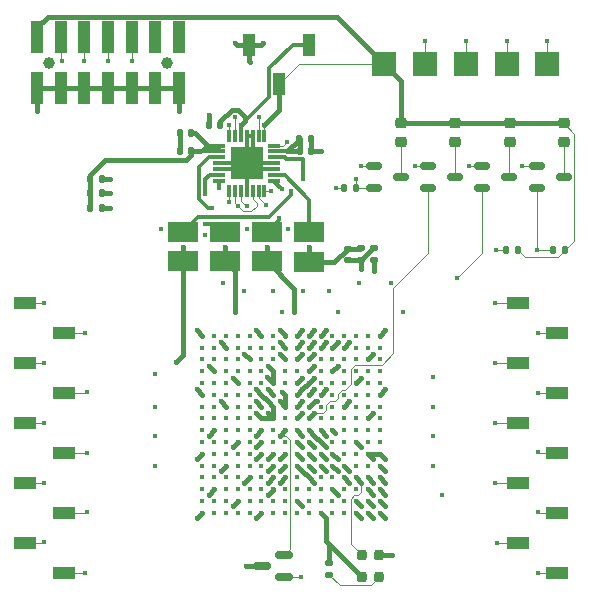
<source format=gbr>
%TF.GenerationSoftware,KiCad,Pcbnew,7.0.10*%
%TF.CreationDate,2024-01-13T18:06:35+01:00*%
%TF.ProjectId,FPGA,46504741-2e6b-4696-9361-645f70636258,rev?*%
%TF.SameCoordinates,Original*%
%TF.FileFunction,Copper,L1,Top*%
%TF.FilePolarity,Positive*%
%FSLAX46Y46*%
G04 Gerber Fmt 4.6, Leading zero omitted, Abs format (unit mm)*
G04 Created by KiCad (PCBNEW 7.0.10) date 2024-01-13 18:06:35*
%MOMM*%
%LPD*%
G01*
G04 APERTURE LIST*
G04 Aperture macros list*
%AMRoundRect*
0 Rectangle with rounded corners*
0 $1 Rounding radius*
0 $2 $3 $4 $5 $6 $7 $8 $9 X,Y pos of 4 corners*
0 Add a 4 corners polygon primitive as box body*
4,1,4,$2,$3,$4,$5,$6,$7,$8,$9,$2,$3,0*
0 Add four circle primitives for the rounded corners*
1,1,$1+$1,$2,$3*
1,1,$1+$1,$4,$5*
1,1,$1+$1,$6,$7*
1,1,$1+$1,$8,$9*
0 Add four rect primitives between the rounded corners*
20,1,$1+$1,$2,$3,$4,$5,0*
20,1,$1+$1,$4,$5,$6,$7,0*
20,1,$1+$1,$6,$7,$8,$9,0*
20,1,$1+$1,$8,$9,$2,$3,0*%
G04 Aperture macros list end*
%TA.AperFunction,SMDPad,CuDef*%
%ADD10RoundRect,0.135000X0.135000X0.185000X-0.135000X0.185000X-0.135000X-0.185000X0.135000X-0.185000X0*%
%TD*%
%TA.AperFunction,SMDPad,CuDef*%
%ADD11R,1.900000X1.000000*%
%TD*%
%TA.AperFunction,SMDPad,CuDef*%
%ADD12RoundRect,0.218750X0.256250X-0.218750X0.256250X0.218750X-0.256250X0.218750X-0.256250X-0.218750X0*%
%TD*%
%TA.AperFunction,SMDPad,CuDef*%
%ADD13RoundRect,0.135000X-0.185000X0.135000X-0.185000X-0.135000X0.185000X-0.135000X0.185000X0.135000X0*%
%TD*%
%TA.AperFunction,SMDPad,CuDef*%
%ADD14R,2.600000X1.700000*%
%TD*%
%TA.AperFunction,SMDPad,CuDef*%
%ADD15R,2.000000X2.000000*%
%TD*%
%TA.AperFunction,SMDPad,CuDef*%
%ADD16RoundRect,0.135000X-0.135000X-0.185000X0.135000X-0.185000X0.135000X0.185000X-0.135000X0.185000X0*%
%TD*%
%TA.AperFunction,SMDPad,CuDef*%
%ADD17RoundRect,0.150000X-0.512500X-0.150000X0.512500X-0.150000X0.512500X0.150000X-0.512500X0.150000X0*%
%TD*%
%TA.AperFunction,SMDPad,CuDef*%
%ADD18RoundRect,0.150000X0.587500X0.150000X-0.587500X0.150000X-0.587500X-0.150000X0.587500X-0.150000X0*%
%TD*%
%TA.AperFunction,SMDPad,CuDef*%
%ADD19C,0.400000*%
%TD*%
%TA.AperFunction,SMDPad,CuDef*%
%ADD20RoundRect,0.200000X0.200000X0.250000X-0.200000X0.250000X-0.200000X-0.250000X0.200000X-0.250000X0*%
%TD*%
%TA.AperFunction,SMDPad,CuDef*%
%ADD21R,1.000000X0.300000*%
%TD*%
%TA.AperFunction,SMDPad,CuDef*%
%ADD22R,0.300000X1.000000*%
%TD*%
%TA.AperFunction,SMDPad,CuDef*%
%ADD23R,2.800000X2.800000*%
%TD*%
%TA.AperFunction,ComponentPad*%
%ADD24C,1.000000*%
%TD*%
%TA.AperFunction,SMDPad,CuDef*%
%ADD25R,1.000000X2.750000*%
%TD*%
%TA.AperFunction,SMDPad,CuDef*%
%ADD26R,1.000000X1.900000*%
%TD*%
%TA.AperFunction,SMDPad,CuDef*%
%ADD27RoundRect,0.140000X0.170000X-0.140000X0.170000X0.140000X-0.170000X0.140000X-0.170000X-0.140000X0*%
%TD*%
%TA.AperFunction,SMDPad,CuDef*%
%ADD28RoundRect,0.140000X-0.140000X-0.170000X0.140000X-0.170000X0.140000X0.170000X-0.140000X0.170000X0*%
%TD*%
%TA.AperFunction,SMDPad,CuDef*%
%ADD29RoundRect,0.140000X0.140000X0.170000X-0.140000X0.170000X-0.140000X-0.170000X0.140000X-0.170000X0*%
%TD*%
%TA.AperFunction,ViaPad*%
%ADD30C,0.400000*%
%TD*%
%TA.AperFunction,Conductor*%
%ADD31C,0.090000*%
%TD*%
%TA.AperFunction,Conductor*%
%ADD32C,0.400000*%
%TD*%
%TA.AperFunction,Conductor*%
%ADD33C,0.300000*%
%TD*%
G04 APERTURE END LIST*
D10*
%TO.P,R3,2*%
%TO.N,EN1*%
X84940000Y-89650000D03*
%TO.P,R3,1*%
%TO.N,EN3*%
X85960000Y-89650000D03*
%TD*%
D11*
%TO.P,J4,10,Pin_10*%
%TO.N,Net-(J4-Pin_10)*%
X82800000Y-120570000D03*
%TO.P,J4,9,Pin_9*%
%TO.N,Net-(J4-Pin_9)*%
X79500000Y-118030000D03*
%TO.P,J4,8,Pin_8*%
%TO.N,Net-(J4-Pin_8)*%
X82800000Y-115490000D03*
%TO.P,J4,7,Pin_7*%
%TO.N,Net-(J4-Pin_7)*%
X79500000Y-112950000D03*
%TO.P,J4,6,Pin_6*%
%TO.N,Net-(J4-Pin_6)*%
X82800000Y-110410000D03*
%TO.P,J4,5,Pin_5*%
%TO.N,Net-(J4-Pin_5)*%
X79500000Y-107870000D03*
%TO.P,J4,4,Pin_4*%
%TO.N,Net-(J4-Pin_4)*%
X82800000Y-105330000D03*
%TO.P,J4,3,Pin_3*%
%TO.N,Net-(J4-Pin_3)*%
X79500000Y-102790000D03*
%TO.P,J4,2,Pin_2*%
%TO.N,Net-(J4-Pin_2)*%
X82800000Y-100250000D03*
%TO.P,J4,1,Pin_1*%
%TO.N,Net-(J4-Pin_1)*%
X79500000Y-97710000D03*
%TD*%
D12*
%TO.P,D3,2,A*%
%TO.N,3.3V*%
X115910000Y-82482500D03*
%TO.P,D3,1,K*%
%TO.N,Net-(D3-K)*%
X115910000Y-84057500D03*
%TD*%
D13*
%TO.P,R7,1*%
%TO.N,1.2V*%
X107900000Y-93090000D03*
%TO.P,R7,2*%
X107900000Y-94110000D03*
%TD*%
D14*
%TO.P,L4,1,1*%
%TO.N,LX4*%
X92850000Y-91700000D03*
%TO.P,L4,2,2*%
%TO.N,3.3V*%
X92850000Y-94200000D03*
%TD*%
D15*
%TO.P,TP2,1,1*%
%TO.N,1V*%
X120250000Y-77500000D03*
%TD*%
D12*
%TO.P,D4,1,K*%
%TO.N,Net-(D4-K)*%
X125100000Y-84057500D03*
%TO.P,D4,2,A*%
%TO.N,3.3V*%
X125100000Y-82482500D03*
%TD*%
D16*
%TO.P,R2,1*%
%TO.N,INIT_B*%
X124190000Y-93250000D03*
%TO.P,R2,2*%
%TO.N,3.3V*%
X125210000Y-93250000D03*
%TD*%
D15*
%TO.P,TP1,1,1*%
%TO.N,GND*%
X123703350Y-77500000D03*
%TD*%
D17*
%TO.P,Q4,3,D*%
%TO.N,Net-(D4-K)*%
X125093056Y-87050000D03*
%TO.P,Q4,2,G*%
%TO.N,INIT_B*%
X122818056Y-88000000D03*
%TO.P,Q4,1,S*%
%TO.N,GND*%
X122818056Y-86100000D03*
%TD*%
D14*
%TO.P,L3,1,1*%
%TO.N,LX2*%
X96405555Y-91700000D03*
%TO.P,L3,2,2*%
%TO.N,1.8V*%
X96405555Y-94200000D03*
%TD*%
D10*
%TO.P,R6,2*%
%TO.N,EN1*%
X106490000Y-88000000D03*
%TO.P,R6,1*%
%TO.N,PG4*%
X107510000Y-88000000D03*
%TD*%
D14*
%TO.P,L1,2,2*%
%TO.N,1.2V*%
X103516665Y-94250000D03*
%TO.P,L1,1,1*%
%TO.N,LX3*%
X103516665Y-91750000D03*
%TD*%
D12*
%TO.P,D2,2,A*%
%TO.N,3.3V*%
X111310000Y-82482500D03*
%TO.P,D2,1,K*%
%TO.N,Net-(D2-K)*%
X111310000Y-84057500D03*
%TD*%
D15*
%TO.P,TP3,1,1*%
%TO.N,1.2V*%
X116796650Y-77500000D03*
%TD*%
D13*
%TO.P,R9,2*%
%TO.N,Net-(X1-Tri-State)*%
X105250000Y-120760000D03*
%TO.P,R9,1*%
%TO.N,3.3V*%
X105250000Y-119740000D03*
%TD*%
D12*
%TO.P,D1,2,A*%
%TO.N,3.3V*%
X120500000Y-82482500D03*
%TO.P,D1,1,K*%
%TO.N,Net-(D1-K)*%
X120500000Y-84057500D03*
%TD*%
D13*
%TO.P,R8,2*%
%TO.N,GND*%
X109000000Y-94110000D03*
%TO.P,R8,1*%
%TO.N,1.2V*%
X109000000Y-93090000D03*
%TD*%
D17*
%TO.P,Q1,1,S*%
%TO.N,GND*%
X109038890Y-86100000D03*
%TO.P,Q1,2,G*%
%TO.N,PG4*%
X109038890Y-88000000D03*
%TO.P,Q1,3,D*%
%TO.N,Net-(D2-K)*%
X111313890Y-87050000D03*
%TD*%
D15*
%TO.P,TP5,1,1*%
%TO.N,3.3V*%
X109889950Y-77500000D03*
%TD*%
D14*
%TO.P,L2,2,2*%
%TO.N,1V*%
X99961110Y-94200000D03*
%TO.P,L2,1,1*%
%TO.N,LX1*%
X99961110Y-91700000D03*
%TD*%
D15*
%TO.P,TP4,1,1*%
%TO.N,1.8V*%
X113343300Y-77500000D03*
%TD*%
D17*
%TO.P,Q2,1,S*%
%TO.N,GND*%
X113631945Y-86100000D03*
%TO.P,Q2,2,G*%
%TO.N,DONE*%
X113631945Y-88000000D03*
%TO.P,Q2,3,D*%
%TO.N,Net-(D3-K)*%
X115906945Y-87050000D03*
%TD*%
D18*
%TO.P,U2,1,IN*%
%TO.N,1.8V*%
X101437500Y-120950000D03*
%TO.P,U2,2,OUT*%
%TO.N,Net-(U1C-VREFP_0)*%
X101437500Y-119050000D03*
%TO.P,U2,3,GND*%
%TO.N,GND*%
X99562500Y-120000000D03*
%TD*%
D10*
%TO.P,R4,1*%
%TO.N,EN2*%
X85960000Y-88450000D03*
%TO.P,R4,2*%
%TO.N,EN1*%
X84940000Y-88450000D03*
%TD*%
D11*
%TO.P,J3,1,Pin_1*%
%TO.N,Net-(J3-Pin_1)*%
X121200000Y-97710000D03*
%TO.P,J3,2,Pin_2*%
%TO.N,Net-(J3-Pin_2)*%
X124500000Y-100250000D03*
%TO.P,J3,3,Pin_3*%
%TO.N,Net-(J3-Pin_3)*%
X121200000Y-102790000D03*
%TO.P,J3,4,Pin_4*%
%TO.N,Net-(J3-Pin_4)*%
X124500000Y-105330000D03*
%TO.P,J3,5,Pin_5*%
%TO.N,Net-(J3-Pin_5)*%
X121200000Y-107870000D03*
%TO.P,J3,6,Pin_6*%
%TO.N,Net-(J3-Pin_6)*%
X124500000Y-110410000D03*
%TO.P,J3,7,Pin_7*%
%TO.N,Net-(J3-Pin_7)*%
X121200000Y-112950000D03*
%TO.P,J3,8,Pin_8*%
%TO.N,Net-(J3-Pin_8)*%
X124500000Y-115490000D03*
%TO.P,J3,9,Pin_9*%
%TO.N,Net-(J3-Pin_9)*%
X121200000Y-118030000D03*
%TO.P,J3,10,Pin_10*%
%TO.N,Net-(J3-Pin_10)*%
X124500000Y-120570000D03*
%TD*%
D19*
%TO.P,U1,T16,GND*%
%TO.N,GND*%
X109500000Y-115500000D03*
%TO.P,U1,T15,IO_L10N_T1_D15_14*%
%TO.N,Net-(J3-Pin_1)*%
X108500000Y-115500000D03*
%TO.P,U1,T14,IO_L10P_T1_D14_14*%
%TO.N,Net-(J3-Pin_2)*%
X107500000Y-115500000D03*
%TO.P,U1,T13,IO_L16N_T2_A15_D31_14*%
%TO.N,unconnected-(U1A-IO_L16N_T2_A15_D31_14-PadT13)*%
X106500000Y-115500000D03*
%TO.P,U1,T12,IO_L15N_T2_DQS_DOUT_CSO_B_14*%
%TO.N,unconnected-(U1A-IO_L15N_T2_DQS_DOUT_CSO_B_14-PadT12)*%
X105500000Y-115500000D03*
%TO.P,U1,T11,VCCO_14*%
%TO.N,3.3V*%
X104500000Y-115500000D03*
%TO.P,U1,T10,IO_L22N_T3_A04_D20_14*%
%TO.N,unconnected-(U1A-IO_L22N_T3_A04_D20_14-PadT10)*%
X103500000Y-115500000D03*
%TO.P,U1,T9,IO_L22P_T3_A05_D21_14*%
%TO.N,unconnected-(U1A-IO_L22P_T3_A05_D21_14-PadT9)*%
X102500000Y-115500000D03*
%TO.P,U1,T8,IO_L21N_T3_DQS_A06_D22_14*%
%TO.N,unconnected-(U1A-IO_L21N_T3_DQS_A06_D22_14-PadT8)*%
X101500000Y-115500000D03*
%TO.P,U1,T7,IO_L21P_T3_DQS_14*%
%TO.N,unconnected-(U1A-IO_L21P_T3_DQS_14-PadT7)*%
X100500000Y-115500000D03*
%TO.P,U1,T6,GND*%
%TO.N,GND*%
X99500000Y-115500000D03*
%TO.P,U1,T5,IO_L23N_T3_A02_D18_14*%
%TO.N,unconnected-(U1A-IO_L23N_T3_A02_D18_14-PadT5)*%
X98500000Y-115500000D03*
%TO.P,U1,T4,IO_L9P_T1_DQS_34*%
%TO.N,unconnected-(U1B-IO_L9P_T1_DQS_34-PadT4)*%
X97500000Y-115500000D03*
%TO.P,U1,T3,IO_L9N_T1_DQS_34*%
%TO.N,unconnected-(U1B-IO_L9N_T1_DQS_34-PadT3)*%
X96500000Y-115500000D03*
%TO.P,U1,T2,IO_L8N_T1_34*%
%TO.N,unconnected-(U1B-IO_L8N_T1_34-PadT2)*%
X95500000Y-115500000D03*
%TO.P,U1,T1,VCCO_34*%
%TO.N,3.3V*%
X94500000Y-115500000D03*
%TO.P,U1,R16,IO_L9N_T1_DQS_D13_14*%
%TO.N,Net-(J3-Pin_3)*%
X109500000Y-114500000D03*
%TO.P,U1,R15,IO_L9P_T1_DQS_14*%
%TO.N,Net-(J3-Pin_4)*%
X108500000Y-114500000D03*
%TO.P,U1,R14,VCCO_14*%
%TO.N,3.3V*%
X107500000Y-114500000D03*
%TO.P,U1,R13,IO_L16P_T2_CSI_B_14*%
%TO.N,unconnected-(U1A-IO_L16P_T2_CSI_B_14-PadR13)*%
X106500000Y-114500000D03*
%TO.P,U1,R12,IO_L15P_T2_DQS_RDWR_B_14*%
%TO.N,unconnected-(U1A-IO_L15P_T2_DQS_RDWR_B_14-PadR12)*%
X105500000Y-114500000D03*
%TO.P,U1,R11,IO_L17N_T2_A13_D29_14*%
%TO.N,unconnected-(U1A-IO_L17N_T2_A13_D29_14-PadR11)*%
X104500000Y-114500000D03*
%TO.P,U1,R10,IO_L17P_T2_A14_D30_14*%
%TO.N,unconnected-(U1A-IO_L17P_T2_A14_D30_14-PadR10)*%
X103500000Y-114500000D03*
%TO.P,U1,R9,GND*%
%TO.N,GND*%
X102500000Y-114500000D03*
%TO.P,U1,R8,IO_L20N_T3_A07_D23_14*%
%TO.N,unconnected-(U1A-IO_L20N_T3_A07_D23_14-PadR8)*%
X101500000Y-114500000D03*
%TO.P,U1,R7,IO_L24N_T3_A00_D16_14*%
%TO.N,unconnected-(U1A-IO_L24N_T3_A00_D16_14-PadR7)*%
X100500000Y-114500000D03*
%TO.P,U1,R6,IO_L24P_T3_A01_D17_14*%
%TO.N,unconnected-(U1A-IO_L24P_T3_A01_D17_14-PadR6)*%
X99500000Y-114500000D03*
%TO.P,U1,R5,IO_L23P_T3_A03_D19_14*%
%TO.N,unconnected-(U1A-IO_L23P_T3_A03_D19_14-PadR5)*%
X98500000Y-114500000D03*
%TO.P,U1,R4,VCCO_34*%
%TO.N,3.3V*%
X97500000Y-114500000D03*
%TO.P,U1,R3,IO_L8P_T1_34*%
%TO.N,unconnected-(U1B-IO_L8P_T1_34-PadR3)*%
X96500000Y-114500000D03*
%TO.P,U1,R2,IO_L7P_T1_34*%
%TO.N,unconnected-(U1B-IO_L7P_T1_34-PadR2)*%
X95500000Y-114500000D03*
%TO.P,U1,R1,IO_L7N_T1_34*%
%TO.N,unconnected-(U1B-IO_L7N_T1_34-PadR1)*%
X94500000Y-114500000D03*
%TO.P,U1,P16,IO_L8N_T1_D12_14*%
%TO.N,Net-(J3-Pin_5)*%
X109500000Y-113500000D03*
%TO.P,U1,P15,IO_L8P_T1_D11_14*%
%TO.N,Net-(J3-Pin_6)*%
X108500000Y-113500000D03*
%TO.P,U1,P14,IO_L12N_T1_MRCC_14*%
%TO.N,unconnected-(U1A-IO_L12N_T1_MRCC_14-PadP14)*%
X107500000Y-113500000D03*
%TO.P,U1,P13,IO_L11N_T1_SRCC_14*%
%TO.N,unconnected-(U1A-IO_L11N_T1_SRCC_14-PadP13)*%
X106500000Y-113500000D03*
%TO.P,U1,P12,GND*%
%TO.N,GND*%
X105500000Y-113500000D03*
%TO.P,U1,P11,IO_L14N_T2_SRCC_14*%
%TO.N,unconnected-(U1A-IO_L14N_T2_SRCC_14-PadP11)*%
X104500000Y-113500000D03*
%TO.P,U1,P10,IO_L14P_T2_SRCC_14*%
%TO.N,unconnected-(U1A-IO_L14P_T2_SRCC_14-PadP10)*%
X103500000Y-113500000D03*
%TO.P,U1,P9,IO_L18N_T2_A11_D27_14*%
%TO.N,unconnected-(U1A-IO_L18N_T2_A11_D27_14-PadP9)*%
X102500000Y-113500000D03*
%TO.P,U1,P8,IO_L20P_T3_A08_D24_14*%
%TO.N,unconnected-(U1A-IO_L20P_T3_A08_D24_14-PadP8)*%
X101500000Y-113500000D03*
%TO.P,U1,P7,VCCO_14*%
%TO.N,3.3V*%
X100500000Y-113500000D03*
%TO.P,U1,P6,IO_25_14*%
%TO.N,unconnected-(U1A-IO_25_14-PadP6)*%
X99500000Y-113500000D03*
%TO.P,U1,P5,IO_L10P_T1_34*%
%TO.N,unconnected-(U1B-IO_L10P_T1_34-PadP5)*%
X98500000Y-113500000D03*
%TO.P,U1,P4,IO_L5P_T0_34*%
%TO.N,unconnected-(U1B-IO_L5P_T0_34-PadP4)*%
X97500000Y-113500000D03*
%TO.P,U1,P3,IO_L5N_T0_34*%
%TO.N,unconnected-(U1B-IO_L5N_T0_34-PadP3)*%
X96500000Y-113500000D03*
%TO.P,U1,P2,GND*%
%TO.N,GND*%
X95500000Y-113500000D03*
%TO.P,U1,P1,IO_L4N_T0_34*%
%TO.N,unconnected-(U1B-IO_L4N_T0_34-PadP1)*%
X94500000Y-113500000D03*
%TO.P,U1,N16,IO_L7N_T1_D10_14*%
%TO.N,Net-(J3-Pin_7)*%
X109500000Y-112500000D03*
%TO.P,U1,N15,GND*%
%TO.N,GND*%
X108500000Y-112500000D03*
%TO.P,U1,N14,IO_L12P_T1_MRCC_14*%
%TO.N,CLK*%
X107500000Y-112500000D03*
%TO.P,U1,N13,IO_L11P_T1_SRCC_14*%
%TO.N,LED_Test*%
X106500000Y-112500000D03*
%TO.P,U1,N12,IO_L13N_T2_MRCC_14*%
%TO.N,unconnected-(U1A-IO_L13N_T2_MRCC_14-PadN12)*%
X105500000Y-112500000D03*
%TO.P,U1,N11,IO_L13P_T2_MRCC_14*%
%TO.N,unconnected-(U1A-IO_L13P_T2_MRCC_14-PadN11)*%
X104500000Y-112500000D03*
%TO.P,U1,N10,VCCO_14*%
%TO.N,3.3V*%
X103500000Y-112500000D03*
%TO.P,U1,N9,IO_L18P_T2_A12_D28_14*%
%TO.N,unconnected-(U1A-IO_L18P_T2_A12_D28_14-PadN9)*%
X102500000Y-112500000D03*
%TO.P,U1,N8,TDO_0*%
%TO.N,TDO*%
X101500000Y-112500000D03*
%TO.P,U1,N7,TDI_0*%
%TO.N,TDI*%
X100500000Y-112500000D03*
%TO.P,U1,N6,IO_L19N_T3_A09_D25_VREF_14*%
%TO.N,unconnected-(U1A-IO_L19N_T3_A09_D25_VREF_14-PadN6)*%
X99500000Y-112500000D03*
%TO.P,U1,N5,GND*%
%TO.N,GND*%
X98500000Y-112500000D03*
%TO.P,U1,N4,IO_L6N_T0_VREF_34*%
%TO.N,unconnected-(U1B-IO_L6N_T0_VREF_34-PadN4)*%
X97500000Y-112500000D03*
%TO.P,U1,N3,IO_L3P_T0_DQS_34*%
%TO.N,unconnected-(U1B-IO_L3P_T0_DQS_34-PadN3)*%
X96500000Y-112500000D03*
%TO.P,U1,N2,IO_L3N_T0_DQS_34*%
%TO.N,unconnected-(U1B-IO_L3N_T0_DQS_34-PadN2)*%
X95500000Y-112500000D03*
%TO.P,U1,N1,IO_L4P_T0_34*%
%TO.N,unconnected-(U1B-IO_L4P_T0_34-PadN1)*%
X94500000Y-112500000D03*
%TO.P,U1,M16,IO_L7P_T1_D09_14*%
%TO.N,Net-(J3-Pin_8)*%
X109500000Y-111500000D03*
%TO.P,U1,M15,IO_L3N_T0_DQS_EMCCLK_14*%
%TO.N,unconnected-(U1A-IO_L3N_T0_DQS_EMCCLK_14-PadM15)*%
X108500000Y-111500000D03*
%TO.P,U1,M14,IO_L4N_T0_D05_14*%
%TO.N,unconnected-(U1A-IO_L4N_T0_D05_14-PadM14)*%
X107500000Y-111500000D03*
%TO.P,U1,M13,VCCO_14*%
%TO.N,3.3V*%
X106500000Y-111500000D03*
%TO.P,U1,M12,IO_L6N_T0_D08_VREF_14*%
%TO.N,Net-(J3-Pin_9)*%
X105500000Y-111500000D03*
%TO.P,U1,M11,M2_0*%
%TO.N,3.3V*%
X104500000Y-111500000D03*
%TO.P,U1,M10,M1_0*%
%TO.N,GND*%
X103500000Y-111500000D03*
%TO.P,U1,M9,M0_0*%
%TO.N,3.3V*%
X102500000Y-111500000D03*
%TO.P,U1,M8,GND*%
%TO.N,GND*%
X101500000Y-111500000D03*
%TO.P,U1,M7,TMS_0*%
%TO.N,TMS*%
X100500000Y-111500000D03*
%TO.P,U1,M6,IO_L19P_T3_A10_D26_14*%
%TO.N,unconnected-(U1A-IO_L19P_T3_A10_D26_14-PadM6)*%
X99500000Y-111500000D03*
%TO.P,U1,M5,IO_L6P_T0_34*%
%TO.N,unconnected-(U1B-IO_L6P_T0_34-PadM5)*%
X98500000Y-111500000D03*
%TO.P,U1,M4,IO_L1N_T0_34*%
%TO.N,unconnected-(U1B-IO_L1N_T0_34-PadM4)*%
X97500000Y-111500000D03*
%TO.P,U1,M3,VCCO_34*%
%TO.N,3.3V*%
X96500000Y-111500000D03*
%TO.P,U1,M2,IO_L2P_T0_34*%
%TO.N,unconnected-(U1B-IO_L2P_T0_34-PadM2)*%
X95500000Y-111500000D03*
%TO.P,U1,M1,IO_L2N_T0_34*%
%TO.N,unconnected-(U1B-IO_L2N_T0_34-PadM1)*%
X94500000Y-111500000D03*
%TO.P,U1,L16,VCCO_14*%
%TO.N,3.3V*%
X109500000Y-110500000D03*
%TO.P,U1,L15,IO_L3P_T0_DQS_PUDC_B_14*%
X108500000Y-110500000D03*
%TO.P,U1,L14,IO_L4P_T0_D04_14*%
%TO.N,unconnected-(U1A-IO_L4P_T0_D04_14-PadL14)*%
X107500000Y-110500000D03*
%TO.P,U1,L13,IO_L5N_T0_D07_14*%
%TO.N,unconnected-(U1A-IO_L5N_T0_D07_14-PadL13)*%
X106500000Y-110500000D03*
%TO.P,U1,L12,IO_L6P_T0_FCS_B_14*%
%TO.N,Net-(J3-Pin_10)*%
X105500000Y-110500000D03*
%TO.P,U1,L11,GND*%
%TO.N,GND*%
X104500000Y-110500000D03*
%TO.P,U1,L10,VCCAUX*%
%TO.N,1.8V*%
X103500000Y-110500000D03*
%TO.P,U1,L9,PROGRAM_B_0*%
%TO.N,Net-(U1C-PROGRAM_B_0)*%
X102500000Y-110500000D03*
%TO.P,U1,L8,VCCINT*%
%TO.N,1V*%
X101500000Y-110500000D03*
%TO.P,U1,L7,TCK_0*%
%TO.N,TCK*%
X100500000Y-110500000D03*
%TO.P,U1,L6,VCCO_0*%
%TO.N,3.3V*%
X99500000Y-110500000D03*
%TO.P,U1,L5,IO_0_34*%
%TO.N,unconnected-(U1B-IO_0_34-PadL5)*%
X98500000Y-110500000D03*
%TO.P,U1,L4,IO_L1P_T0_34*%
%TO.N,unconnected-(U1B-IO_L1P_T0_34-PadL4)*%
X97500000Y-110500000D03*
%TO.P,U1,L3,IO_L23P_T3_35*%
%TO.N,unconnected-(U1B-IO_L23P_T3_35-PadL3)*%
X96500000Y-110500000D03*
%TO.P,U1,L2,IO_L23N_T3_35*%
%TO.N,unconnected-(U1B-IO_L23N_T3_35-PadL2)*%
X95500000Y-110500000D03*
%TO.P,U1,L1,GND*%
%TO.N,GND*%
X94500000Y-110500000D03*
%TO.P,U1,K16,IO_L2N_T0_D03_14*%
%TO.N,unconnected-(U1A-IO_L2N_T0_D03_14-PadK16)*%
X109500000Y-109500000D03*
%TO.P,U1,K15,IO_L2P_T0_D02_14*%
%TO.N,unconnected-(U1A-IO_L2P_T0_D02_14-PadK15)*%
X108500000Y-109500000D03*
%TO.P,U1,K14,GND*%
%TO.N,GND*%
X107500000Y-109500000D03*
%TO.P,U1,K13,IO_L5P_T0_D06_14*%
%TO.N,unconnected-(U1A-IO_L5P_T0_D06_14-PadK13)*%
X106500000Y-109500000D03*
%TO.P,U1,K12,IO_0_14*%
%TO.N,unconnected-(U1A-IO_0_14-PadK12)*%
X105500000Y-109500000D03*
%TO.P,U1,K11,VCCAUX*%
%TO.N,1.8V*%
X104500000Y-109500000D03*
%TO.P,U1,K10,INIT_B_0*%
%TO.N,INIT_B*%
X103500000Y-109500000D03*
%TO.P,U1,K9,VCCINT*%
%TO.N,1V*%
X102500000Y-109500000D03*
%TO.P,U1,K8,DXP_0*%
%TO.N,unconnected-(U1C-DXP_0-PadK8)*%
X101500000Y-109500000D03*
%TO.P,U1,K7,DXN_0*%
%TO.N,unconnected-(U1C-DXN_0-PadK7)*%
X100500000Y-109500000D03*
%TO.P,U1,K6,GND*%
%TO.N,GND*%
X99500000Y-109500000D03*
%TO.P,U1,K5,IO_25_35*%
%TO.N,unconnected-(U1B-IO_25_35-PadK5)*%
X98500000Y-109500000D03*
%TO.P,U1,K4,GND*%
%TO.N,GND*%
X97500000Y-109500000D03*
%TO.P,U1,K3,IO_L24P_T3_35*%
%TO.N,unconnected-(U1B-IO_L24P_T3_35-PadK3)*%
X96500000Y-109500000D03*
%TO.P,U1,K2,IO_L24N_T3_35*%
%TO.N,unconnected-(U1B-IO_L24N_T3_35-PadK2)*%
X95500000Y-109500000D03*
%TO.P,U1,K1,IO_L22P_T3_35*%
%TO.N,unconnected-(U1B-IO_L22P_T3_35-PadK1)*%
X94500000Y-109500000D03*
%TO.P,U1,J16,IO_L23N_T3_FWE_B_15*%
%TO.N,unconnected-(U1A-IO_L23N_T3_FWE_B_15-PadJ16)*%
X109500000Y-108500000D03*
%TO.P,U1,J15,IO_L23P_T3_FOE_B_15*%
%TO.N,unconnected-(U1A-IO_L23P_T3_FOE_B_15-PadJ15)*%
X108500000Y-108500000D03*
%TO.P,U1,J14,IO_L1N_T0_D01_DIN_14*%
%TO.N,unconnected-(U1A-IO_L1N_T0_D01_DIN_14-PadJ14)*%
X107500000Y-108500000D03*
%TO.P,U1,J13,IO_L1P_T0_D00_MOSI_14*%
%TO.N,unconnected-(U1A-IO_L1P_T0_D00_MOSI_14-PadJ13)*%
X106500000Y-108500000D03*
%TO.P,U1,J12,VCCO_15*%
%TO.N,3.3V*%
X105500000Y-108500000D03*
%TO.P,U1,J11,GND*%
%TO.N,GND*%
X104500000Y-108500000D03*
%TO.P,U1,J10,VCCAUX*%
%TO.N,1.8V*%
X103500000Y-108500000D03*
%TO.P,U1,J9,GND*%
%TO.N,GND*%
X102500000Y-108500000D03*
%TO.P,U1,J8,VREFP_0*%
%TO.N,Net-(U1C-VREFP_0)*%
X101500000Y-108500000D03*
%TO.P,U1,J7,VN_0*%
%TO.N,unconnected-(U1C-VN_0-PadJ7)*%
X100500000Y-108500000D03*
%TO.P,U1,J6,VCCINT*%
%TO.N,1V*%
X99500000Y-108500000D03*
%TO.P,U1,J5,IO_L19P_T3_35*%
%TO.N,unconnected-(U1B-IO_L19P_T3_35-PadJ5)*%
X98500000Y-108500000D03*
%TO.P,U1,J4,IO_L19N_T3_VREF_35*%
%TO.N,unconnected-(U1B-IO_L19N_T3_VREF_35-PadJ4)*%
X97500000Y-108500000D03*
%TO.P,U1,J3,IO_L21P_T3_DQS_35*%
%TO.N,unconnected-(U1B-IO_L21P_T3_DQS_35-PadJ3)*%
X96500000Y-108500000D03*
%TO.P,U1,J2,VCCO_35*%
%TO.N,3.3V*%
X95500000Y-108500000D03*
%TO.P,U1,J1,IO_L22N_T3_35*%
%TO.N,unconnected-(U1B-IO_L22N_T3_35-PadJ1)*%
X94500000Y-108500000D03*
%TO.P,U1,H16,IO_L22P_T3_A17_15*%
%TO.N,unconnected-(U1A-IO_L22P_T3_A17_15-PadH16)*%
X109500000Y-107500000D03*
%TO.P,U1,H15,VCCO_15*%
%TO.N,3.3V*%
X108500000Y-107500000D03*
%TO.P,U1,H14,IO_L24P_T3_RS1_15*%
%TO.N,unconnected-(U1A-IO_L24P_T3_RS1_15-PadH14)*%
X107500000Y-107500000D03*
%TO.P,U1,H13,IO_L20N_T3_A19_15*%
%TO.N,unconnected-(U1A-IO_L20N_T3_A19_15-PadH13)*%
X106500000Y-107500000D03*
%TO.P,U1,H12,IO_L20P_T3_A20_15*%
%TO.N,unconnected-(U1A-IO_L20P_T3_A20_15-PadH12)*%
X105500000Y-107500000D03*
%TO.P,U1,H11,IO_L19P_T3_A22_15*%
%TO.N,unconnected-(U1A-IO_L19P_T3_A22_15-PadH11)*%
X104500000Y-107500000D03*
%TO.P,U1,H10,DONE_0*%
%TO.N,DONE*%
X103500000Y-107500000D03*
%TO.P,U1,H9,VCCINT*%
%TO.N,1V*%
X102500000Y-107500000D03*
%TO.P,U1,H8,VP_0*%
%TO.N,unconnected-(U1C-VP_0-PadH8)*%
X101500000Y-107500000D03*
%TO.P,U1,H7,VREFN_0*%
%TO.N,GND*%
X100500000Y-107500000D03*
%TO.P,U1,H6,GND*%
X99500000Y-107500000D03*
%TO.P,U1,H5,IO_L18P_T2_35*%
%TO.N,unconnected-(U1B-IO_L18P_T2_35-PadH5)*%
X98500000Y-107500000D03*
%TO.P,U1,H4,IO_L18N_T2_35*%
%TO.N,unconnected-(U1B-IO_L18N_T2_35-PadH4)*%
X97500000Y-107500000D03*
%TO.P,U1,H3,IO_L21N_T3_DQS_35*%
%TO.N,unconnected-(U1B-IO_L21N_T3_DQS_35-PadH3)*%
X96500000Y-107500000D03*
%TO.P,U1,H2,IO_L20P_T3_35*%
%TO.N,unconnected-(U1B-IO_L20P_T3_35-PadH2)*%
X95500000Y-107500000D03*
%TO.P,U1,H1,IO_L20N_T3_35*%
%TO.N,unconnected-(U1B-IO_L20N_T3_35-PadH1)*%
X94500000Y-107500000D03*
%TO.P,U1,G16,IO_L22N_T3_A16_15*%
%TO.N,unconnected-(U1A-IO_L22N_T3_A16_15-PadG16)*%
X109500000Y-106500000D03*
%TO.P,U1,G15,IO_L24N_T3_RS0_15*%
%TO.N,unconnected-(U1A-IO_L24N_T3_RS0_15-PadG15)*%
X108500000Y-106500000D03*
%TO.P,U1,G14,IO_L21P_T3_DQS_15*%
%TO.N,unconnected-(U1A-IO_L21P_T3_DQS_15-PadG14)*%
X107500000Y-106500000D03*
%TO.P,U1,G13,GND*%
%TO.N,GND*%
X106500000Y-106500000D03*
%TO.P,U1,G12,IO_L19N_T3_A21_VREF_15*%
%TO.N,unconnected-(U1A-IO_L19N_T3_A21_VREF_15-PadG12)*%
X105500000Y-106500000D03*
%TO.P,U1,G11,IO_25_15*%
%TO.N,unconnected-(U1A-IO_25_15-PadG11)*%
X104500000Y-106500000D03*
%TO.P,U1,G10,VCCAUX*%
%TO.N,1.8V*%
X103500000Y-106500000D03*
%TO.P,U1,G9,GND*%
%TO.N,GND*%
X102500000Y-106500000D03*
%TO.P,U1,G8,VCCADC_0*%
%TO.N,1.8V*%
X101500000Y-106500000D03*
%TO.P,U1,G7,GNDADC_0*%
%TO.N,GND*%
X100500000Y-106500000D03*
%TO.P,U1,G6,VCCINT*%
%TO.N,1V*%
X99500000Y-106500000D03*
%TO.P,U1,G5,IO_L16P_T2_35*%
%TO.N,unconnected-(U1B-IO_L16P_T2_35-PadG5)*%
X98500000Y-106500000D03*
%TO.P,U1,G4,IO_L16N_T2_35*%
%TO.N,unconnected-(U1B-IO_L16N_T2_35-PadG4)*%
X97500000Y-106500000D03*
%TO.P,U1,G3,GND*%
%TO.N,GND*%
X96500000Y-106500000D03*
%TO.P,U1,G2,IO_L17P_T2_35*%
%TO.N,unconnected-(U1B-IO_L17P_T2_35-PadG2)*%
X95500000Y-106500000D03*
%TO.P,U1,G1,IO_L17N_T2_35*%
%TO.N,unconnected-(U1B-IO_L17N_T2_35-PadG1)*%
X94500000Y-106500000D03*
%TO.P,U1,F16,GND*%
%TO.N,GND*%
X109500000Y-105500000D03*
%TO.P,U1,F15,IO_L18P_T2_A24_15*%
%TO.N,unconnected-(U1A-IO_L18P_T2_A24_15-PadF15)*%
X108500000Y-105500000D03*
%TO.P,U1,F14,IO_L21N_T3_DQS_A18_15*%
%TO.N,unconnected-(U1A-IO_L21N_T3_DQS_A18_15-PadF14)*%
X107500000Y-105500000D03*
%TO.P,U1,F13,IO_L16N_T2_A27_15*%
%TO.N,unconnected-(U1A-IO_L16N_T2_A27_15-PadF13)*%
X106500000Y-105500000D03*
%TO.P,U1,F12,IO_L16P_T2_A28_15*%
%TO.N,unconnected-(U1A-IO_L16P_T2_A28_15-PadF12)*%
X105500000Y-105500000D03*
%TO.P,U1,F11,VCCBRAM*%
%TO.N,1V*%
X104500000Y-105500000D03*
%TO.P,U1,F10,GND*%
%TO.N,GND*%
X103500000Y-105500000D03*
%TO.P,U1,F9,VCCINT*%
%TO.N,1V*%
X102500000Y-105500000D03*
%TO.P,U1,F8,VCCBATT_0*%
%TO.N,1.8V*%
X101500000Y-105500000D03*
%TO.P,U1,F7,VCCINT*%
%TO.N,1V*%
X100500000Y-105500000D03*
%TO.P,U1,F6,GND*%
%TO.N,GND*%
X99500000Y-105500000D03*
%TO.P,U1,F5,IO_L13P_T2_MRCC_35*%
%TO.N,unconnected-(U1B-IO_L13P_T2_MRCC_35-PadF5)*%
X98500000Y-105500000D03*
%TO.P,U1,F4,IO_L14P_T2_SRCC_35*%
%TO.N,unconnected-(U1B-IO_L14P_T2_SRCC_35-PadF4)*%
X97500000Y-105500000D03*
%TO.P,U1,F3,IO_L14N_T2_SRCC_35*%
%TO.N,unconnected-(U1B-IO_L14N_T2_SRCC_35-PadF3)*%
X96500000Y-105500000D03*
%TO.P,U1,F2,IO_L15P_T2_DQS_35*%
%TO.N,unconnected-(U1B-IO_L15P_T2_DQS_35-PadF2)*%
X95500000Y-105500000D03*
%TO.P,U1,F1,VCCO_35*%
%TO.N,3.3V*%
X94500000Y-105500000D03*
%TO.P,U1,E16,IO_L17P_T2_A26_15*%
%TO.N,unconnected-(U1A-IO_L17P_T2_A26_15-PadE16)*%
X109500000Y-104500000D03*
%TO.P,U1,E15,IO_L18N_T2_A23_15*%
%TO.N,unconnected-(U1A-IO_L18N_T2_A23_15-PadE15)*%
X108500000Y-104500000D03*
%TO.P,U1,E14,VCCO_15*%
%TO.N,3.3V*%
X107500000Y-104500000D03*
%TO.P,U1,E13,IO_L13N_T2_MRCC_15*%
%TO.N,unconnected-(U1A-IO_L13N_T2_MRCC_15-PadE13)*%
X106500000Y-104500000D03*
%TO.P,U1,E12,IO_L13P_T2_MRCC_15*%
%TO.N,unconnected-(U1A-IO_L13P_T2_MRCC_15-PadE12)*%
X105500000Y-104500000D03*
%TO.P,U1,E11,IO_L14P_T2_SRCC_15*%
%TO.N,unconnected-(U1A-IO_L14P_T2_SRCC_15-PadE11)*%
X104500000Y-104500000D03*
%TO.P,U1,E10,VCCBRAM*%
%TO.N,1V*%
X103500000Y-104500000D03*
%TO.P,U1,E9,GND*%
%TO.N,GND*%
X102500000Y-104500000D03*
%TO.P,U1,E8,CCLK_0*%
%TO.N,unconnected-(U1C-CCLK_0-PadE8)*%
X101500000Y-104500000D03*
%TO.P,U1,E7,CFGBVS_0*%
%TO.N,3.3V*%
X100500000Y-104500000D03*
%TO.P,U1,E6,IO_0_35*%
%TO.N,unconnected-(U1B-IO_0_35-PadE6)*%
X99500000Y-104500000D03*
%TO.P,U1,E5,IO_L13N_T2_MRCC_35*%
%TO.N,unconnected-(U1B-IO_L13N_T2_MRCC_35-PadE5)*%
X98500000Y-104500000D03*
%TO.P,U1,E4,VCCO_35*%
%TO.N,3.3V*%
X97500000Y-104500000D03*
%TO.P,U1,E3,IO_L11P_T1_SRCC_35*%
%TO.N,unconnected-(U1B-IO_L11P_T1_SRCC_35-PadE3)*%
X96500000Y-104500000D03*
%TO.P,U1,E2,IO_L10P_T1_AD15P_35*%
%TO.N,unconnected-(U1B-IO_L10P_T1_AD15P_35-PadE2)*%
X95500000Y-104500000D03*
%TO.P,U1,E1,IO_L15N_T2_DQS_35*%
%TO.N,unconnected-(U1B-IO_L15N_T2_DQS_35-PadE1)*%
X94500000Y-104500000D03*
%TO.P,U1,D16,IO_L17N_T2_A25_15*%
%TO.N,unconnected-(U1A-IO_L17N_T2_A25_15-PadD16)*%
X109500000Y-103500000D03*
%TO.P,U1,D15,IO_L15N_T2_DQS_ADV_B_15*%
%TO.N,unconnected-(U1A-IO_L15N_T2_DQS_ADV_B_15-PadD15)*%
X108500000Y-103500000D03*
%TO.P,U1,D14,IO_L15P_T2_DQS_15*%
%TO.N,unconnected-(U1A-IO_L15P_T2_DQS_15-PadD14)*%
X107500000Y-103500000D03*
%TO.P,U1,D13,IO_L12P_T1_MRCC_15*%
%TO.N,unconnected-(U1A-IO_L12P_T1_MRCC_15-PadD13)*%
X106500000Y-103500000D03*
%TO.P,U1,D12,GND*%
%TO.N,GND*%
X105500000Y-103500000D03*
%TO.P,U1,D11,IO_L14N_T2_SRCC_15*%
%TO.N,unconnected-(U1A-IO_L14N_T2_SRCC_15-PadD11)*%
X104500000Y-103500000D03*
%TO.P,U1,D10,IO_0_15*%
%TO.N,Net-(J4-Pin_10)*%
X103500000Y-103500000D03*
%TO.P,U1,D9,IO_L6N_T0_VREF_15*%
%TO.N,unconnected-(U1A-IO_L6N_T0_VREF_15-PadD9)*%
X102500000Y-103500000D03*
%TO.P,U1,D8,IO_L6P_T0_15*%
%TO.N,unconnected-(U1A-IO_L6P_T0_15-PadD8)*%
X101500000Y-103500000D03*
%TO.P,U1,D7,VCCO_35*%
%TO.N,3.3V*%
X100500000Y-103500000D03*
%TO.P,U1,D6,IO_L6P_T0_35*%
%TO.N,unconnected-(U1B-IO_L6P_T0_35-PadD6)*%
X99500000Y-103500000D03*
%TO.P,U1,D5,IO_L6N_T0_VREF_35*%
%TO.N,unconnected-(U1B-IO_L6N_T0_VREF_35-PadD5)*%
X98500000Y-103500000D03*
%TO.P,U1,D4,IO_L12P_T1_MRCC_35*%
%TO.N,unconnected-(U1B-IO_L12P_T1_MRCC_35-PadD4)*%
X97500000Y-103500000D03*
%TO.P,U1,D3,IO_L11N_T1_SRCC_35*%
%TO.N,unconnected-(U1B-IO_L11N_T1_SRCC_35-PadD3)*%
X96500000Y-103500000D03*
%TO.P,U1,D2,GND*%
%TO.N,GND*%
X95500000Y-103500000D03*
%TO.P,U1,D1,IO_L10N_T1_AD15N_35*%
%TO.N,unconnected-(U1B-IO_L10N_T1_AD15N_35-PadD1)*%
X94500000Y-103500000D03*
%TO.P,U1,C16,IO_L10P_T1_AD11P_15*%
%TO.N,unconnected-(U1A-IO_L10P_T1_AD11P_15-PadC16)*%
X109500000Y-102500000D03*
%TO.P,U1,C15,GND*%
%TO.N,GND*%
X108500000Y-102500000D03*
%TO.P,U1,C14,IO_L8P_T1_AD10P_15*%
%TO.N,unconnected-(U1A-IO_L8P_T1_AD10P_15-PadC14)*%
X107500000Y-102500000D03*
%TO.P,U1,C13,IO_L12N_T1_MRCC_15*%
%TO.N,unconnected-(U1A-IO_L12N_T1_MRCC_15-PadC13)*%
X106500000Y-102500000D03*
%TO.P,U1,C12,IO_L11N_T1_SRCC_15*%
%TO.N,unconnected-(U1A-IO_L11N_T1_SRCC_15-PadC12)*%
X105500000Y-102500000D03*
%TO.P,U1,C11,IO_L11P_T1_SRCC_15*%
%TO.N,unconnected-(U1A-IO_L11P_T1_SRCC_15-PadC11)*%
X104500000Y-102500000D03*
%TO.P,U1,C10,VCCO_15*%
%TO.N,3.3V*%
X103500000Y-102500000D03*
%TO.P,U1,C9,IO_L1N_T0_AD0N_15*%
%TO.N,Net-(J4-Pin_8)*%
X102500000Y-102500000D03*
%TO.P,U1,C8,IO_L1P_T0_AD0P_15*%
%TO.N,Net-(J4-Pin_9)*%
X101500000Y-102500000D03*
%TO.P,U1,C7,IO_L5P_T0_AD13P_35*%
%TO.N,unconnected-(U1B-IO_L5P_T0_AD13P_35-PadC7)*%
X100500000Y-102500000D03*
%TO.P,U1,C6,IO_L5N_T0_AD13N_35*%
%TO.N,unconnected-(U1B-IO_L5N_T0_AD13N_35-PadC6)*%
X99500000Y-102500000D03*
%TO.P,U1,C5,GND*%
%TO.N,GND*%
X98500000Y-102500000D03*
%TO.P,U1,C4,IO_L12N_T1_MRCC_35*%
%TO.N,unconnected-(U1B-IO_L12N_T1_MRCC_35-PadC4)*%
X97500000Y-102500000D03*
%TO.P,U1,C3,IO_L7P_T1_AD6P_35*%
%TO.N,unconnected-(U1B-IO_L7P_T1_AD6P_35-PadC3)*%
X96500000Y-102500000D03*
%TO.P,U1,C2,IO_L7N_T1_AD6N_35*%
%TO.N,unconnected-(U1B-IO_L7N_T1_AD6N_35-PadC2)*%
X95500000Y-102500000D03*
%TO.P,U1,C1,IO_L9P_T1_DQS_AD7P_35*%
%TO.N,unconnected-(U1B-IO_L9P_T1_DQS_AD7P_35-PadC1)*%
X94500000Y-102500000D03*
%TO.P,U1,B16,IO_L10N_T1_AD11N_15*%
%TO.N,unconnected-(U1A-IO_L10N_T1_AD11N_15-PadB16)*%
X109500000Y-101500000D03*
%TO.P,U1,B15,IO_L9P_T1_DQS_AD3P_15*%
%TO.N,unconnected-(U1A-IO_L9P_T1_DQS_AD3P_15-PadB15)*%
X108500000Y-101500000D03*
%TO.P,U1,B14,IO_L8N_T1_AD10N_15*%
%TO.N,unconnected-(U1A-IO_L8N_T1_AD10N_15-PadB14)*%
X107500000Y-101500000D03*
%TO.P,U1,B13,VCCO_15*%
%TO.N,3.3V*%
X106500000Y-101500000D03*
%TO.P,U1,B12,IO_L5P_T0_AD9P_15*%
%TO.N,Net-(J4-Pin_1)*%
X105500000Y-101500000D03*
%TO.P,U1,B11,IO_L4N_T0_15*%
%TO.N,Net-(J4-Pin_2)*%
X104500000Y-101500000D03*
%TO.P,U1,B10,IO_L4P_T0_15*%
%TO.N,Net-(J4-Pin_3)*%
X103500000Y-101500000D03*
%TO.P,U1,B9,IO_L3P_T0_DQS_AD1P_15*%
%TO.N,Net-(J4-Pin_5)*%
X102500000Y-101500000D03*
%TO.P,U1,B8,GND*%
%TO.N,GND*%
X101500000Y-101500000D03*
%TO.P,U1,B7,IO_L1P_T0_AD4P_35*%
%TO.N,unconnected-(U1B-IO_L1P_T0_AD4P_35-PadB7)*%
X100500000Y-101500000D03*
%TO.P,U1,B6,IO_L2P_T0_AD12P_35*%
%TO.N,unconnected-(U1B-IO_L2P_T0_AD12P_35-PadB6)*%
X99500000Y-101500000D03*
%TO.P,U1,B5,IO_L2N_T0_AD12N_35*%
%TO.N,unconnected-(U1B-IO_L2N_T0_AD12N_35-PadB5)*%
X98500000Y-101500000D03*
%TO.P,U1,B4,IO_L4P_T0_35*%
%TO.N,unconnected-(U1B-IO_L4P_T0_35-PadB4)*%
X97500000Y-101500000D03*
%TO.P,U1,B3,VCCO_35*%
%TO.N,3.3V*%
X96500000Y-101500000D03*
%TO.P,U1,B2,IO_L8P_T1_AD14P_35*%
%TO.N,unconnected-(U1B-IO_L8P_T1_AD14P_35-PadB2)*%
X95500000Y-101500000D03*
%TO.P,U1,B1,IO_L9N_T1_DQS_AD7N_35*%
%TO.N,unconnected-(U1B-IO_L9N_T1_DQS_AD7N_35-PadB1)*%
X94500000Y-101500000D03*
%TO.P,U1,A16,VCCO_15*%
%TO.N,3.3V*%
X109500000Y-100500000D03*
%TO.P,U1,A15,IO_L9N_T1_DQS_AD3N_15*%
%TO.N,unconnected-(U1A-IO_L9N_T1_DQS_AD3N_15-PadA15)*%
X108500000Y-100500000D03*
%TO.P,U1,A14,IO_L7N_T1_AD2N_15*%
%TO.N,unconnected-(U1A-IO_L7N_T1_AD2N_15-PadA14)*%
X107500000Y-100500000D03*
%TO.P,U1,A13,IO_L7P_T1_AD2P_15*%
%TO.N,unconnected-(U1A-IO_L7P_T1_AD2P_15-PadA13)*%
X106500000Y-100500000D03*
%TO.P,U1,A12,IO_L5N_T0_AD9N_15*%
%TO.N,unconnected-(U1A-IO_L5N_T0_AD9N_15-PadA12)*%
X105500000Y-100500000D03*
%TO.P,U1,A11,GND*%
%TO.N,GND*%
X104500000Y-100500000D03*
%TO.P,U1,A10,IO_L3N_T0_DQS_AD1N_15*%
%TO.N,Net-(J4-Pin_4)*%
X103500000Y-100500000D03*
%TO.P,U1,A9,IO_L2N_T0_AD8N_15*%
%TO.N,Net-(J4-Pin_6)*%
X102500000Y-100500000D03*
%TO.P,U1,A8,IO_L2P_T0_AD8P_15*%
%TO.N,Net-(J4-Pin_7)*%
X101500000Y-100500000D03*
%TO.P,U1,A7,IO_L1N_T0_AD4N_35*%
%TO.N,unconnected-(U1B-IO_L1N_T0_AD4N_35-PadA7)*%
X100500000Y-100500000D03*
%TO.P,U1,A6,VCCO_35*%
%TO.N,3.3V*%
X99500000Y-100500000D03*
%TO.P,U1,A5,IO_L3P_T0_DQS_AD5P_35*%
%TO.N,unconnected-(U1B-IO_L3P_T0_DQS_AD5P_35-PadA5)*%
X98500000Y-100500000D03*
%TO.P,U1,A4,IO_L3N_T0_DQS_AD5N_35*%
%TO.N,unconnected-(U1B-IO_L3N_T0_DQS_AD5N_35-PadA4)*%
X97500000Y-100500000D03*
%TO.P,U1,A3,IO_L4N_T0_35*%
%TO.N,unconnected-(U1B-IO_L4N_T0_35-PadA3)*%
X96500000Y-100500000D03*
%TO.P,U1,A2,IO_L8N_T1_AD14N_35*%
%TO.N,unconnected-(U1B-IO_L8N_T1_AD14N_35-PadA2)*%
X95500000Y-100500000D03*
%TO.P,U1,A1,GND*%
%TO.N,GND*%
X94500000Y-100500000D03*
%TD*%
D20*
%TO.P,X1,1,Tri-State*%
%TO.N,Net-(X1-Tri-State)*%
X109450000Y-120925000D03*
%TO.P,X1,2,GND*%
%TO.N,GND*%
X109450000Y-119075000D03*
%TO.P,X1,3,OUT*%
%TO.N,CLK*%
X108000000Y-119075000D03*
%TO.P,X1,4,VDD*%
%TO.N,3.3V*%
X108000000Y-120925000D03*
%TD*%
D16*
%TO.P,R1,2*%
%TO.N,3.3V*%
X121220000Y-93250000D03*
%TO.P,R1,1*%
%TO.N,Net-(U1C-PROGRAM_B_0)*%
X120200000Y-93250000D03*
%TD*%
D21*
%TO.P,IC1,1,EN1*%
%TO.N,EN1*%
X95900000Y-84400000D03*
%TO.P,IC1,2,PV1*%
X95900000Y-84900000D03*
%TO.P,IC1,3,LX1*%
%TO.N,LX1*%
X95900000Y-85400000D03*
%TO.P,IC1,4,PGND1*%
%TO.N,GND*%
X95900000Y-85900000D03*
%TO.P,IC1,5,PGND2*%
X95900000Y-86400000D03*
%TO.P,IC1,6,LX2*%
%TO.N,LX2*%
X95900000Y-86900000D03*
%TO.P,IC1,7,PV2*%
%TO.N,EN1*%
X95900000Y-87400000D03*
D22*
%TO.P,IC1,8,OUTS2*%
%TO.N,1.8V*%
X96750000Y-88250000D03*
%TO.P,IC1,9,EN2*%
%TO.N,EN2*%
X97250000Y-88250000D03*
%TO.P,IC1,10,PG2*%
%TO.N,EN4*%
X97750000Y-88250000D03*
%TO.P,IC1,11,GND_1*%
%TO.N,GND*%
X98250000Y-88250000D03*
%TO.P,IC1,12,PG3*%
%TO.N,EN2*%
X98750000Y-88250000D03*
%TO.P,IC1,13,EN3*%
%TO.N,EN3*%
X99250000Y-88250000D03*
%TO.P,IC1,14,OUTS3*%
%TO.N,1.2V*%
X99750000Y-88250000D03*
D21*
%TO.P,IC1,15,PV3*%
%TO.N,EN1*%
X100600000Y-87400000D03*
%TO.P,IC1,16,LX3*%
%TO.N,LX3*%
X100600000Y-86900000D03*
%TO.P,IC1,17,PGND3*%
%TO.N,GND*%
X100600000Y-86400000D03*
%TO.P,IC1,18,PGND4*%
X100600000Y-85900000D03*
%TO.P,IC1,19,LX4*%
%TO.N,LX4*%
X100600000Y-85400000D03*
%TO.P,IC1,20,PV4*%
%TO.N,EN1*%
X100600000Y-84900000D03*
%TO.P,IC1,21,EN4*%
%TO.N,EN4*%
X100600000Y-84400000D03*
D22*
%TO.P,IC1,22,OUTS4*%
%TO.N,3.3V*%
X99750000Y-83550000D03*
%TO.P,IC1,23,PG4*%
%TO.N,PG4*%
X99250000Y-83550000D03*
%TO.P,IC1,24,GND_2*%
%TO.N,GND*%
X98750000Y-83550000D03*
%TO.P,IC1,25,SYNC*%
X98250000Y-83550000D03*
%TO.P,IC1,26,VA*%
%TO.N,EN1*%
X97750000Y-83550000D03*
%TO.P,IC1,27,PG1*%
%TO.N,EN3*%
X97250000Y-83550000D03*
%TO.P,IC1,28,OUTS1*%
%TO.N,1V*%
X96750000Y-83550000D03*
D23*
%TO.P,IC1,29,EP*%
%TO.N,GND*%
X98250000Y-85900000D03*
%TD*%
D24*
%TO.P,J1,16*%
%TO.N,N/C*%
X91500000Y-77375000D03*
%TO.P,J1,15*%
X81500000Y-77375000D03*
D25*
%TO.P,J1,14,Pin_14*%
%TO.N,unconnected-(J1-Pin_14-Pad14)*%
X92500000Y-75250000D03*
%TO.P,J1,13,Pin_13*%
%TO.N,GND*%
X92500000Y-79500000D03*
%TO.P,J1,12,Pin_12*%
%TO.N,unconnected-(J1-Pin_12-Pad12)*%
X90500000Y-75250000D03*
%TO.P,J1,11,Pin_11*%
%TO.N,GND*%
X90500000Y-79500000D03*
%TO.P,J1,10,Pin_10*%
%TO.N,TDI*%
X88500000Y-75250000D03*
%TO.P,J1,9,Pin_9*%
%TO.N,GND*%
X88500000Y-79500000D03*
%TO.P,J1,8,Pin_8*%
%TO.N,TDO*%
X86500000Y-75250000D03*
%TO.P,J1,7,Pin_7*%
%TO.N,GND*%
X86500000Y-79500000D03*
%TO.P,J1,6,Pin_6*%
%TO.N,TCK*%
X84500000Y-75250000D03*
%TO.P,J1,5,Pin_5*%
%TO.N,GND*%
X84500000Y-79500000D03*
%TO.P,J1,4,Pin_4*%
%TO.N,TMS*%
X82500000Y-75250000D03*
%TO.P,J1,3,Pin_3*%
%TO.N,GND*%
X82500000Y-79500000D03*
%TO.P,J1,2,Pin_2*%
%TO.N,3.3V*%
X80500000Y-75250000D03*
%TO.P,J1,1,Pin_1*%
%TO.N,GND*%
X80500000Y-79500000D03*
%TD*%
D26*
%TO.P,J10,3,Pin_3*%
%TO.N,GND*%
X98460000Y-75850000D03*
%TO.P,J10,2,Pin_2*%
%TO.N,3.3V*%
X101000000Y-79150000D03*
%TO.P,J10,1,Pin_1*%
%TO.N,EN1*%
X103540000Y-75850000D03*
%TD*%
D10*
%TO.P,R5,1*%
%TO.N,EN4*%
X85960000Y-87250000D03*
%TO.P,R5,2*%
%TO.N,EN1*%
X84940000Y-87250000D03*
%TD*%
D17*
%TO.P,Q3,1,S*%
%TO.N,GND*%
X118162500Y-86100000D03*
%TO.P,Q3,2,G*%
%TO.N,LED_Test*%
X118162500Y-88000000D03*
%TO.P,Q3,3,D*%
%TO.N,Net-(D1-K)*%
X120437500Y-87050000D03*
%TD*%
D27*
%TO.P,C44,1*%
%TO.N,1.2V*%
X106800000Y-94080000D03*
%TO.P,C44,2*%
X106800000Y-93120000D03*
%TD*%
D28*
%TO.P,C41,1*%
%TO.N,EN1*%
X102700000Y-83850000D03*
%TO.P,C41,2*%
%TO.N,GND*%
X103660000Y-83850000D03*
%TD*%
%TO.P,C39,1*%
%TO.N,EN1*%
X102720000Y-84900000D03*
%TO.P,C39,2*%
%TO.N,GND*%
X103680000Y-84900000D03*
%TD*%
D29*
%TO.P,C40,1*%
%TO.N,EN1*%
X93560000Y-83350000D03*
%TO.P,C40,2*%
%TO.N,GND*%
X92600000Y-83350000D03*
%TD*%
%TO.P,C43,1*%
%TO.N,EN1*%
X93550000Y-84900000D03*
%TO.P,C43,2*%
%TO.N,GND*%
X92590000Y-84900000D03*
%TD*%
%TO.P,C42,1*%
%TO.N,EN1*%
X96030000Y-82650000D03*
%TO.P,C42,2*%
%TO.N,GND*%
X95070000Y-82650000D03*
%TD*%
D30*
%TO.N,PG4*%
X107500000Y-87200000D03*
%TO.N,EN3*%
X86650000Y-89650000D03*
%TO.N,EN2*%
X86650000Y-88450000D03*
%TO.N,EN4*%
X86650000Y-87250000D03*
%TO.N,1.2V*%
X107900000Y-94850000D03*
%TO.N,GND*%
X109000000Y-95000000D03*
X95050000Y-81800000D03*
X104550000Y-84900000D03*
X92600000Y-84050000D03*
%TO.N,TDO*%
X101050000Y-112950000D03*
%TO.N,TMS*%
X82650000Y-77250000D03*
%TO.N,TCK*%
X84500000Y-77250000D03*
%TO.N,TDO*%
X86500000Y-77250000D03*
%TO.N,TDI*%
X88500000Y-77250000D03*
%TO.N,Net-(U1C-PROGRAM_B_0)*%
X119350000Y-93250000D03*
%TO.N,1.8V*%
X102850000Y-120950000D03*
%TO.N,Net-(J4-Pin_7)*%
X101050857Y-100002898D03*
%TO.N,Net-(J4-Pin_6)*%
X102950000Y-100050000D03*
%TO.N,Net-(J4-Pin_4)*%
X103950000Y-100050000D03*
%TO.N,Net-(J3-Pin_6)*%
X122945000Y-110360000D03*
%TO.N,Net-(J3-Pin_8)*%
X122895000Y-115460000D03*
%TO.N,Net-(J3-Pin_4)*%
X122945000Y-105310000D03*
%TO.N,Net-(J3-Pin_5)*%
X119295000Y-107860000D03*
%TO.N,Net-(J3-Pin_2)*%
X122945000Y-100260000D03*
%TO.N,Net-(J3-Pin_3)*%
X119295000Y-102810000D03*
%TO.N,Net-(J3-Pin_9)*%
X119445000Y-118010000D03*
%TO.N,Net-(J3-Pin_10)*%
X122895000Y-120560000D03*
%TO.N,Net-(J3-Pin_7)*%
X119295000Y-112960000D03*
%TO.N,Net-(J3-Pin_1)*%
X119295000Y-97710000D03*
%TO.N,Net-(J4-Pin_9)*%
X81050000Y-118000000D03*
%TO.N,Net-(J4-Pin_7)*%
X81050000Y-112950000D03*
%TO.N,Net-(J4-Pin_5)*%
X81050000Y-107900000D03*
%TO.N,Net-(J4-Pin_3)*%
X81100000Y-102800000D03*
%TO.N,Net-(J4-Pin_1)*%
X81100000Y-97700000D03*
%TO.N,Net-(J4-Pin_2)*%
X84550000Y-100250000D03*
%TO.N,Net-(J4-Pin_4)*%
X84700000Y-105300000D03*
%TO.N,Net-(J4-Pin_6)*%
X84700000Y-110400000D03*
%TO.N,Net-(J4-Pin_8)*%
X84700000Y-115450000D03*
%TO.N,Net-(J4-Pin_10)*%
X84600000Y-120550000D03*
%TO.N,INIT_B*%
X122800000Y-93200000D03*
%TO.N,LED_Test*%
X116050000Y-95650000D03*
%TO.N,GND*%
X98150000Y-120000000D03*
X110550000Y-119100000D03*
X80500000Y-81500000D03*
X92500000Y-81500000D03*
X98500000Y-77300000D03*
X99600000Y-75700000D03*
X97300000Y-75700000D03*
%TO.N,EN1*%
X105800000Y-88000000D03*
%TO.N,GND*%
X121600000Y-86100000D03*
X117100000Y-86100000D03*
X107900000Y-86100000D03*
X112500000Y-86100000D03*
X123700000Y-75550000D03*
%TO.N,1V*%
X120250000Y-75550000D03*
%TO.N,1.2V*%
X116800000Y-75550000D03*
%TO.N,1.8V*%
X113350000Y-75550000D03*
%TO.N,3.3V*%
X92250000Y-102750000D03*
%TO.N,EN1*%
X95900000Y-88000000D03*
X94300000Y-84900000D03*
X94950000Y-84400000D03*
%TO.N,1V*%
X96750000Y-82650000D03*
%TO.N,EN3*%
X97250000Y-82000000D03*
%TO.N,EN1*%
X97750000Y-82650000D03*
%TO.N,PG4*%
X99250000Y-82000000D03*
%TO.N,3.3V*%
X99750000Y-82650000D03*
%TO.N,EN4*%
X101650000Y-84100000D03*
%TO.N,EN1*%
X101700000Y-84900000D03*
X101200000Y-88100000D03*
%TO.N,EN3*%
X99900000Y-89450000D03*
%TO.N,1.2V*%
X100300000Y-88250000D03*
%TO.N,EN4*%
X98300000Y-89500000D03*
%TO.N,EN2*%
X97500000Y-89500000D03*
%TO.N,1.8V*%
X96750000Y-89150000D03*
%TO.N,GND*%
X98250000Y-91500000D03*
X91000000Y-91500000D03*
X101750000Y-91500000D03*
%TO.N,1.2V*%
X103500000Y-93000000D03*
%TO.N,GND*%
X94705553Y-92000000D03*
%TO.N,LX1*%
X101000000Y-90500000D03*
X95350000Y-89700000D03*
%TO.N,LX2*%
X94750000Y-91000000D03*
X94750000Y-88500000D03*
%TO.N,LX4*%
X103000000Y-87250000D03*
X102000000Y-88250000D03*
%TO.N,3.3V*%
X92850000Y-92950000D03*
%TO.N,1.8V*%
X96400000Y-92950000D03*
%TO.N,1V*%
X99950000Y-92950000D03*
%TO.N,1.2V*%
X103500000Y-93000000D03*
%TO.N,GND*%
X114750000Y-114000000D03*
X96250000Y-96000000D03*
X107750000Y-96000000D03*
X110500000Y-96000000D03*
%TO.N,1V*%
X111500000Y-98500000D03*
%TO.N,GND*%
X98000000Y-96750000D03*
X100500000Y-96750000D03*
X105250000Y-96750000D03*
X103000000Y-96750000D03*
%TO.N,1V*%
X106000000Y-98500000D03*
%TO.N,1.8V*%
X97250000Y-98500000D03*
X101250000Y-98500000D03*
%TO.N,1V*%
X102275000Y-98500000D03*
%TO.N,GND*%
X90500000Y-103750000D03*
X90500000Y-106500000D03*
X90500000Y-109000000D03*
X90500000Y-111500000D03*
X114000000Y-104000000D03*
X114000000Y-106500000D03*
X114000000Y-109000000D03*
X114000000Y-111500000D03*
%TO.N,3.3V*%
X100000000Y-104000000D03*
%TO.N,Net-(J3-Pin_1)*%
X108950000Y-115950000D03*
%TO.N,Net-(J3-Pin_9)*%
X105950000Y-111950000D03*
%TO.N,GND*%
X104950000Y-108950000D03*
X94050000Y-100050000D03*
%TO.N,3.3V*%
X99050000Y-110950000D03*
%TO.N,Net-(J3-Pin_6)*%
X108950000Y-113950000D03*
%TO.N,GND*%
X103950000Y-111950000D03*
%TO.N,1.8V*%
X104950000Y-109950000D03*
%TO.N,Net-(J4-Pin_3)*%
X103950000Y-101050000D03*
%TO.N,Net-(J4-Pin_8)*%
X102950000Y-102050000D03*
%TO.N,GND*%
X102950000Y-114950000D03*
%TO.N,Net-(J3-Pin_7)*%
X109950000Y-112950000D03*
%TO.N,Net-(U1C-PROGRAM_B_0)*%
X102950000Y-110950000D03*
%TO.N,1V*%
X100050000Y-105050000D03*
%TO.N,3.3V*%
X109950000Y-100050000D03*
%TO.N,Net-(J4-Pin_2)*%
X104950000Y-101050000D03*
%TO.N,GND*%
X98050000Y-112950000D03*
%TO.N,3.3V*%
X100050000Y-114000000D03*
%TO.N,1V*%
X99050000Y-106050000D03*
%TO.N,GND*%
X106950000Y-106050000D03*
X108950000Y-102050000D03*
%TO.N,INIT_B*%
X103950000Y-109950000D03*
%TO.N,GND*%
X100050000Y-106050000D03*
%TO.N,TMS*%
X100050000Y-111950000D03*
%TO.N,GND*%
X109950000Y-105050000D03*
%TO.N,1.8V*%
X103950000Y-110950000D03*
%TO.N,DONE*%
X103950000Y-107050000D03*
%TO.N,3.3V*%
X95050000Y-108950000D03*
X107950000Y-104050000D03*
%TO.N,TDI*%
X100050000Y-112950000D03*
%TO.N,GND*%
X101050000Y-111950000D03*
X99050000Y-105050000D03*
%TO.N,Net-(J4-Pin_10)*%
X103950000Y-103050000D03*
%TO.N,1.8V*%
X101270000Y-105270000D03*
%TO.N,3.3V*%
X96050000Y-101050000D03*
%TO.N,1.8V*%
X104169194Y-105999430D03*
%TO.N,3.3V*%
X104950000Y-115950000D03*
%TO.N,GND*%
X103950000Y-105050000D03*
X101050000Y-101050000D03*
%TO.N,Net-(U1C-VREFP_0)*%
X101050000Y-108950000D03*
%TO.N,3.3V*%
X97050000Y-104050000D03*
%TO.N,Net-(J4-Pin_5)*%
X102950000Y-101050000D03*
%TO.N,GND*%
X109950000Y-115950000D03*
%TO.N,3.3V*%
X100050000Y-103050000D03*
X103950000Y-102050000D03*
X94050000Y-105050000D03*
%TO.N,GND*%
X104950000Y-110950000D03*
%TO.N,3.3V*%
X103950000Y-112950000D03*
X106950000Y-111950000D03*
%TO.N,1V*%
X99050000Y-108950000D03*
%TO.N,3.3V*%
X109950000Y-110950000D03*
%TO.N,GND*%
X95050000Y-113950000D03*
X102950000Y-104050000D03*
X99050000Y-109950000D03*
X104950000Y-100050000D03*
X98050000Y-102050000D03*
%TO.N,3.3V*%
X105750000Y-108750000D03*
X104950000Y-111950000D03*
X102950000Y-111950000D03*
X94050000Y-115950000D03*
%TO.N,Net-(J3-Pin_8)*%
X109950000Y-111950000D03*
%TO.N,1V*%
X102950000Y-105050000D03*
%TO.N,GND*%
X99050000Y-107050000D03*
%TO.N,1.8V*%
X103950000Y-108950000D03*
%TO.N,1V*%
X102925000Y-109925000D03*
%TO.N,GND*%
X96050000Y-106050000D03*
%TO.N,3.3V*%
X106950000Y-101050000D03*
%TO.N,1V*%
X101075000Y-110925000D03*
%TO.N,3.3V*%
X108950000Y-110950000D03*
%TO.N,Net-(J3-Pin_2)*%
X107950000Y-115950000D03*
%TO.N,1V*%
X104950000Y-105050000D03*
%TO.N,GND*%
X102950000Y-106050000D03*
X100050000Y-107050000D03*
X94050000Y-110950000D03*
X105950000Y-113950000D03*
X105950000Y-103050000D03*
%TO.N,1V*%
X102950000Y-107050000D03*
%TO.N,3.3V*%
X96050000Y-111950000D03*
%TO.N,1V*%
X103950000Y-104050000D03*
%TO.N,GND*%
X99050000Y-115950000D03*
X102950000Y-108950000D03*
%TO.N,Net-(J3-Pin_5)*%
X109950000Y-113950000D03*
%TO.N,LED_Test*%
X106950000Y-112950000D03*
%TO.N,GND*%
X108950000Y-112950000D03*
%TO.N,Net-(J3-Pin_4)*%
X108950000Y-114950000D03*
%TO.N,Net-(J4-Pin_1)*%
X105950000Y-101050000D03*
%TO.N,Net-(J3-Pin_3)*%
X109950000Y-114950000D03*
%TO.N,GND*%
X107950000Y-109950000D03*
%TO.N,TCK*%
X100050000Y-110950000D03*
%TO.N,3.3V*%
X97050000Y-114950000D03*
%TO.N,GND*%
X97050000Y-109950000D03*
%TO.N,3.3V*%
X108950000Y-107050000D03*
X107950000Y-114950000D03*
%TO.N,Net-(J4-Pin_9)*%
X101050000Y-102050000D03*
%TO.N,3.3V*%
X99050000Y-100050000D03*
%TO.N,1.8V*%
X101050000Y-106050000D03*
%TO.N,CLK*%
X107950000Y-112950000D03*
%TO.N,Net-(J3-Pin_10)*%
X105950000Y-110950000D03*
%TO.N,GND*%
X95050000Y-103050000D03*
%TD*%
D31*
%TO.N,PG4*%
X107510000Y-87210000D02*
X107500000Y-87200000D01*
X107510000Y-88000000D02*
X107510000Y-87210000D01*
D32*
%TO.N,EN3*%
X85960000Y-89650000D02*
X86650000Y-89650000D01*
%TO.N,EN2*%
X85960000Y-88450000D02*
X86650000Y-88450000D01*
%TO.N,EN4*%
X85960000Y-87250000D02*
X86650000Y-87250000D01*
%TO.N,EN1*%
X84940000Y-87250000D02*
X84940000Y-86930001D01*
X84940000Y-86930001D02*
X86260001Y-85610000D01*
X86260001Y-85610000D02*
X93149999Y-85610000D01*
X93149999Y-85610000D02*
X93550000Y-85209999D01*
X93550000Y-85209999D02*
X93550000Y-84900000D01*
X84940000Y-87250000D02*
X84940000Y-89650000D01*
D31*
%TO.N,EN2*%
X97500000Y-89500000D02*
X97950000Y-89950000D01*
X97950000Y-89950000D02*
X98650000Y-89950000D01*
X98650000Y-89950000D02*
X99100000Y-89500000D01*
D32*
%TO.N,1.2V*%
X107900000Y-94110000D02*
X107900000Y-94850000D01*
%TO.N,GND*%
X109000000Y-94110000D02*
X109000000Y-95000000D01*
%TO.N,1.2V*%
X107900000Y-94110000D02*
X108920000Y-93090000D01*
X108920000Y-93090000D02*
X109000000Y-93090000D01*
X106800000Y-94080000D02*
X107870000Y-94080000D01*
X107870000Y-94080000D02*
X107900000Y-94110000D01*
X106800000Y-93120000D02*
X107870000Y-93120000D01*
X107870000Y-93120000D02*
X107900000Y-93090000D01*
X103516665Y-94250000D02*
X105670000Y-94250000D01*
X105670000Y-94250000D02*
X106800000Y-93120000D01*
%TO.N,GND*%
X103660000Y-83850000D02*
X103660000Y-84880000D01*
X103660000Y-84880000D02*
X103680000Y-84900000D01*
%TO.N,EN1*%
X102720000Y-84900000D02*
X102720000Y-83870000D01*
X102720000Y-83870000D02*
X102700000Y-83850000D01*
X102700000Y-83850000D02*
X102700000Y-83900000D01*
X102700000Y-83900000D02*
X101700000Y-84900000D01*
%TO.N,GND*%
X92600000Y-84050000D02*
X92600000Y-83350000D01*
%TO.N,EN1*%
X93560000Y-83350000D02*
X93900000Y-83350000D01*
X93900000Y-83350000D02*
X94950000Y-84400000D01*
%TO.N,GND*%
X95070000Y-81820000D02*
X95050000Y-81800000D01*
X95070000Y-82650000D02*
X95070000Y-81820000D01*
%TO.N,EN1*%
X96030000Y-82650000D02*
X96030000Y-82340001D01*
X96030000Y-82340001D02*
X96970001Y-81400000D01*
X96970001Y-81400000D02*
X97498529Y-81400000D01*
X97498529Y-81400000D02*
X98100000Y-82001471D01*
X98100000Y-82001471D02*
X98100000Y-82300000D01*
X98100000Y-82300000D02*
X97750000Y-82650000D01*
%TO.N,GND*%
X103680000Y-84900000D02*
X104550000Y-84900000D01*
%TO.N,EN1*%
X102720000Y-84900000D02*
X101700000Y-84900000D01*
%TO.N,GND*%
X92590000Y-84060000D02*
X92600000Y-84050000D01*
X92590000Y-84900000D02*
X92590000Y-84060000D01*
%TO.N,EN1*%
X93550000Y-84900000D02*
X94300000Y-84900000D01*
%TO.N,TDO*%
X101500000Y-112500000D02*
X101050000Y-112950000D01*
D31*
%TO.N,TMS*%
X82500000Y-77100000D02*
X82650000Y-77250000D01*
X82500000Y-75250000D02*
X82500000Y-77100000D01*
%TO.N,TCK*%
X84500000Y-75250000D02*
X84500000Y-77250000D01*
%TO.N,TDO*%
X86500000Y-75250000D02*
X86500000Y-77250000D01*
%TO.N,TDI*%
X88500000Y-75250000D02*
X88500000Y-77250000D01*
%TO.N,LED_Test*%
X116050000Y-95650000D02*
X118162500Y-93537500D01*
X118162500Y-93537500D02*
X118162500Y-88000000D01*
%TO.N,Net-(U1C-PROGRAM_B_0)*%
X120200000Y-93250000D02*
X119350000Y-93250000D01*
%TO.N,3.3V*%
X121220000Y-93250000D02*
X121785000Y-93815000D01*
X121785000Y-93815000D02*
X124645000Y-93815000D01*
X124645000Y-93815000D02*
X125210000Y-93250000D01*
X125210000Y-93250000D02*
X126000556Y-92459444D01*
X126000556Y-92459444D02*
X126000556Y-83383056D01*
X126000556Y-83383056D02*
X125100000Y-82482500D01*
%TO.N,INIT_B*%
X122800000Y-93200000D02*
X122850000Y-93250000D01*
X122850000Y-93250000D02*
X124190000Y-93250000D01*
X122800000Y-93200000D02*
X122818056Y-93181944D01*
X122818056Y-93181944D02*
X122818056Y-88000000D01*
%TO.N,1.8V*%
X101437500Y-120950000D02*
X102850000Y-120950000D01*
D32*
%TO.N,Net-(J4-Pin_7)*%
X101500000Y-100452041D02*
X101050857Y-100002898D01*
X101500000Y-100500000D02*
X101500000Y-100452041D01*
%TO.N,Net-(J4-Pin_6)*%
X102500000Y-100500000D02*
X102950000Y-100050000D01*
%TO.N,Net-(J4-Pin_4)*%
X103500000Y-100500000D02*
X103950000Y-100050000D01*
D31*
%TO.N,Net-(J4-Pin_10)*%
X84600000Y-120550000D02*
X84580000Y-120570000D01*
X84580000Y-120570000D02*
X82800000Y-120570000D01*
%TO.N,Net-(J3-Pin_5)*%
X121195000Y-107850000D02*
X119305000Y-107850000D01*
%TO.N,Net-(J3-Pin_7)*%
X121195000Y-112930000D02*
X119325000Y-112930000D01*
%TO.N,Net-(J3-Pin_2)*%
X124495000Y-100230000D02*
X122975000Y-100230000D01*
X122975000Y-100230000D02*
X122945000Y-100260000D01*
%TO.N,Net-(J3-Pin_4)*%
X124495000Y-105310000D02*
X122945000Y-105310000D01*
%TO.N,Net-(J3-Pin_3)*%
X119335000Y-102770000D02*
X119295000Y-102810000D01*
X121195000Y-102770000D02*
X119335000Y-102770000D01*
%TO.N,Net-(J3-Pin_1)*%
X121195000Y-97690000D02*
X119315000Y-97690000D01*
%TO.N,Net-(J3-Pin_7)*%
X119325000Y-112930000D02*
X119295000Y-112960000D01*
%TO.N,Net-(J3-Pin_1)*%
X119315000Y-97690000D02*
X119295000Y-97710000D01*
%TO.N,Net-(J3-Pin_5)*%
X119305000Y-107850000D02*
X119295000Y-107860000D01*
%TO.N,Net-(J3-Pin_8)*%
X124495000Y-115470000D02*
X122905000Y-115470000D01*
X122905000Y-115470000D02*
X122895000Y-115460000D01*
%TO.N,Net-(J3-Pin_6)*%
X124495000Y-110390000D02*
X122975000Y-110390000D01*
X122975000Y-110390000D02*
X122945000Y-110360000D01*
%TO.N,Net-(J3-Pin_9)*%
X121195000Y-118010000D02*
X119445000Y-118010000D01*
%TO.N,Net-(J3-Pin_10)*%
X124495000Y-120550000D02*
X122905000Y-120550000D01*
X122905000Y-120550000D02*
X122895000Y-120560000D01*
%TO.N,Net-(J4-Pin_9)*%
X81020000Y-118030000D02*
X81050000Y-118000000D01*
X79500000Y-118030000D02*
X81020000Y-118030000D01*
%TO.N,Net-(J4-Pin_7)*%
X79500000Y-112950000D02*
X81050000Y-112950000D01*
%TO.N,Net-(J4-Pin_5)*%
X81020000Y-107870000D02*
X81050000Y-107900000D01*
X79500000Y-107870000D02*
X81020000Y-107870000D01*
%TO.N,Net-(J4-Pin_3)*%
X81090000Y-102790000D02*
X81100000Y-102800000D01*
X79500000Y-102790000D02*
X81090000Y-102790000D01*
%TO.N,Net-(J4-Pin_1)*%
X81090000Y-97710000D02*
X81100000Y-97700000D01*
X79500000Y-97710000D02*
X81090000Y-97710000D01*
%TO.N,Net-(J4-Pin_2)*%
X82800000Y-100250000D02*
X84550000Y-100250000D01*
%TO.N,Net-(J4-Pin_4)*%
X84670000Y-105330000D02*
X84700000Y-105300000D01*
X82800000Y-105330000D02*
X84670000Y-105330000D01*
%TO.N,Net-(J4-Pin_6)*%
X84690000Y-110410000D02*
X84700000Y-110400000D01*
X82800000Y-110410000D02*
X84690000Y-110410000D01*
%TO.N,Net-(J4-Pin_8)*%
X84660000Y-115490000D02*
X84700000Y-115450000D01*
X82800000Y-115490000D02*
X84660000Y-115490000D01*
%TO.N,DONE*%
X113631945Y-88000000D02*
X113631945Y-93497381D01*
X106600000Y-105055000D02*
X106315674Y-105055000D01*
X113631945Y-93497381D02*
X110629326Y-96500000D01*
X105295000Y-106055000D02*
X104945000Y-106405000D01*
X110629326Y-96500000D02*
X110629326Y-102000000D01*
X109684326Y-102945000D02*
X107425674Y-102945000D01*
X110629326Y-102000000D02*
X109684326Y-102945000D01*
X107425674Y-102945000D02*
X107055000Y-103315674D01*
X107055000Y-103315674D02*
X107055000Y-104600000D01*
X107055000Y-104600000D02*
X106600000Y-105055000D01*
X106315674Y-105055000D02*
X105945000Y-105425674D01*
X104945000Y-106405000D02*
X104945000Y-106794326D01*
X105945000Y-105425674D02*
X105945000Y-105794326D01*
X105945000Y-105794326D02*
X105684326Y-106055000D01*
X105684326Y-106055000D02*
X105295000Y-106055000D01*
X104945000Y-106794326D02*
X104689326Y-107050000D01*
X104689326Y-107050000D02*
X103950000Y-107050000D01*
D32*
%TO.N,GND*%
X99562500Y-120000000D02*
X98150000Y-120000000D01*
D31*
%TO.N,Net-(U1C-VREFP_0)*%
X101437500Y-119050000D02*
X101945000Y-118542500D01*
X101945000Y-118542500D02*
X101945000Y-109315674D01*
X101945000Y-109315674D02*
X101579326Y-108950000D01*
X101579326Y-108950000D02*
X101050000Y-108950000D01*
%TO.N,CLK*%
X108000000Y-119075000D02*
X107055000Y-118130000D01*
X107055000Y-118130000D02*
X107055000Y-114315674D01*
X107055000Y-114315674D02*
X107370674Y-114000000D01*
X107370674Y-114000000D02*
X107650000Y-114000000D01*
X107650000Y-114000000D02*
X107950000Y-113700000D01*
X107950000Y-113700000D02*
X107950000Y-112950000D01*
D32*
%TO.N,GND*%
X110525000Y-119075000D02*
X110550000Y-119100000D01*
X109450000Y-119075000D02*
X110525000Y-119075000D01*
D31*
%TO.N,Net-(X1-Tri-State)*%
X105250000Y-120760000D02*
X106110000Y-121620000D01*
X106110000Y-121620000D02*
X108755000Y-121620000D01*
X108755000Y-121620000D02*
X109450000Y-120925000D01*
D32*
%TO.N,3.3V*%
X108000000Y-120925000D02*
X105262500Y-118187500D01*
X105262500Y-118187500D02*
X104950000Y-117875000D01*
X105250000Y-119740000D02*
X105250000Y-118200000D01*
X105250000Y-118200000D02*
X105262500Y-118187500D01*
X104950000Y-117875000D02*
X104950000Y-115950000D01*
X80500000Y-75250000D02*
X80500000Y-74375000D01*
X80500000Y-74375000D02*
X81400000Y-73475000D01*
X81400000Y-73475000D02*
X105864950Y-73475000D01*
X105864950Y-73475000D02*
X109889950Y-77500000D01*
%TO.N,GND*%
X80500000Y-79500000D02*
X80500000Y-81500000D01*
X92500000Y-79500000D02*
X80500000Y-79500000D01*
X92500000Y-79500000D02*
X92500000Y-81500000D01*
X98460000Y-77260000D02*
X98500000Y-77300000D01*
X98460000Y-75850000D02*
X98460000Y-77260000D01*
X99450000Y-75850000D02*
X99600000Y-75700000D01*
X98460000Y-75850000D02*
X99450000Y-75850000D01*
X97450000Y-75850000D02*
X97300000Y-75700000D01*
X98460000Y-75850000D02*
X97450000Y-75850000D01*
%TO.N,3.3V*%
X111310000Y-82482500D02*
X111310000Y-78920050D01*
X111310000Y-78920050D02*
X109889950Y-77500000D01*
D31*
%TO.N,EN1*%
X106490000Y-88000000D02*
X105800000Y-88000000D01*
%TO.N,Net-(D4-K)*%
X125093056Y-87050000D02*
X125093056Y-84064444D01*
X125093056Y-84064444D02*
X125100000Y-84057500D01*
%TO.N,Net-(D2-K)*%
X111313890Y-87050000D02*
X111313890Y-84061390D01*
X111313890Y-84061390D02*
X111310000Y-84057500D01*
%TO.N,Net-(D3-K)*%
X115906945Y-87050000D02*
X115906945Y-84060555D01*
X115906945Y-84060555D02*
X115910000Y-84057500D01*
%TO.N,Net-(D1-K)*%
X120437500Y-87050000D02*
X120437500Y-84120000D01*
X120437500Y-84120000D02*
X120500000Y-84057500D01*
%TO.N,GND*%
X122818056Y-86100000D02*
X121600000Y-86100000D01*
X118162500Y-86100000D02*
X117100000Y-86100000D01*
X109038890Y-86100000D02*
X107900000Y-86100000D01*
X113631945Y-86100000D02*
X112500000Y-86100000D01*
%TO.N,PG4*%
X107510000Y-88000000D02*
X109038890Y-88000000D01*
%TO.N,3.3V*%
X109889950Y-77500000D02*
X102650000Y-77500000D01*
X102650000Y-77500000D02*
X101000000Y-79150000D01*
%TO.N,GND*%
X123703350Y-75553350D02*
X123700000Y-75550000D01*
X123703350Y-77500000D02*
X123703350Y-75553350D01*
%TO.N,1V*%
X120250000Y-77500000D02*
X120250000Y-75550000D01*
%TO.N,1.2V*%
X116796650Y-75553350D02*
X116800000Y-75550000D01*
X116796650Y-77500000D02*
X116796650Y-75553350D01*
%TO.N,1.8V*%
X113343300Y-75556700D02*
X113350000Y-75550000D01*
X113343300Y-77500000D02*
X113343300Y-75556700D01*
D32*
%TO.N,3.3V*%
X92850000Y-102150000D02*
X92250000Y-102750000D01*
X92850000Y-94200000D02*
X92850000Y-102150000D01*
%TO.N,1.8V*%
X97250000Y-98500000D02*
X97250000Y-95044445D01*
X97250000Y-95044445D02*
X96405555Y-94200000D01*
%TO.N,1V*%
X102275000Y-98500000D02*
X102275000Y-96513890D01*
X102275000Y-96513890D02*
X99961110Y-94200000D01*
%TO.N,3.3V*%
X101000000Y-79150000D02*
X101000000Y-81400000D01*
X101000000Y-81400000D02*
X99750000Y-82650000D01*
D33*
%TO.N,EN1*%
X97750000Y-82650000D02*
X100150000Y-80250000D01*
X100150000Y-80250000D02*
X100150000Y-77850000D01*
X100150000Y-77850000D02*
X102150000Y-75850000D01*
X102150000Y-75850000D02*
X103540000Y-75850000D01*
X95900000Y-87400000D02*
X95900000Y-88000000D01*
X94300000Y-84900000D02*
X94450000Y-84900000D01*
X94450000Y-84900000D02*
X94950000Y-84400000D01*
X95900000Y-84900000D02*
X95900000Y-84400000D01*
X95900000Y-84900000D02*
X94300000Y-84900000D01*
D32*
X95900000Y-84400000D02*
X94950000Y-84400000D01*
D33*
X97750000Y-83550000D02*
X97750000Y-82650000D01*
X100600000Y-87400000D02*
X100600000Y-87500000D01*
X100600000Y-87500000D02*
X101200000Y-88100000D01*
X100600000Y-84900000D02*
X101700000Y-84900000D01*
D31*
%TO.N,1V*%
X96750000Y-83550000D02*
X96750000Y-82650000D01*
%TO.N,EN3*%
X97250000Y-83550000D02*
X97250000Y-82000000D01*
D33*
%TO.N,GND*%
X98750000Y-83550000D02*
X98250000Y-83550000D01*
D31*
%TO.N,PG4*%
X99250000Y-83550000D02*
X99250000Y-82000000D01*
%TO.N,3.3V*%
X99750000Y-83550000D02*
X99750000Y-82650000D01*
%TO.N,EN4*%
X101350000Y-84400000D02*
X101650000Y-84100000D01*
X100600000Y-84400000D02*
X101350000Y-84400000D01*
%TO.N,EN3*%
X99250000Y-88800000D02*
X99850000Y-89400000D01*
X99250000Y-88250000D02*
X99250000Y-88800000D01*
%TO.N,1.2V*%
X99750000Y-88250000D02*
X100300000Y-88250000D01*
%TO.N,EN2*%
X99100000Y-89240000D02*
X99100000Y-89500000D01*
X98750000Y-88890000D02*
X99100000Y-89240000D01*
X98750000Y-88250000D02*
X98750000Y-88890000D01*
%TO.N,EN4*%
X98150000Y-89500000D02*
X98300000Y-89500000D01*
X97750000Y-89100000D02*
X98150000Y-89500000D01*
X97750000Y-88250000D02*
X97750000Y-89100000D01*
%TO.N,EN2*%
X97250000Y-89250000D02*
X97500000Y-89500000D01*
X97250000Y-88250000D02*
X97250000Y-89250000D01*
D33*
%TO.N,GND*%
X98250000Y-88250000D02*
X98250000Y-85900000D01*
X100600000Y-86400000D02*
X98750000Y-86400000D01*
X98750000Y-86400000D02*
X98250000Y-85900000D01*
X98250000Y-85900000D02*
X100600000Y-85900000D01*
X98750000Y-83550000D02*
X98750000Y-85400000D01*
X98750000Y-85400000D02*
X98250000Y-85900000D01*
X98250000Y-83550000D02*
X98250000Y-85900000D01*
X95900000Y-85900000D02*
X98250000Y-85900000D01*
X95900000Y-86400000D02*
X97750000Y-86400000D01*
X97750000Y-86400000D02*
X98250000Y-85900000D01*
%TO.N,LX4*%
X102000000Y-88250000D02*
X102000000Y-88550000D01*
X102000000Y-88550000D02*
X100100000Y-90450000D01*
X100100000Y-90450000D02*
X94100000Y-90450000D01*
X94100000Y-90450000D02*
X92850000Y-91700000D01*
%TO.N,LX1*%
X94950000Y-89700000D02*
X94200000Y-88950000D01*
X95350000Y-89700000D02*
X94950000Y-89700000D01*
X94200000Y-86250000D02*
X95050000Y-85400000D01*
X94200000Y-88950000D02*
X94200000Y-86250000D01*
X95050000Y-85400000D02*
X95900000Y-85400000D01*
D31*
%TO.N,1.8V*%
X96750000Y-88250000D02*
X96750000Y-89150000D01*
D33*
%TO.N,LX1*%
X101000000Y-90500000D02*
X101000000Y-90661110D01*
X101000000Y-90661110D02*
X99961110Y-91700000D01*
%TO.N,LX2*%
X94750000Y-87250000D02*
X95100000Y-86900000D01*
X94750000Y-88500000D02*
X94750000Y-87250000D01*
X95100000Y-86900000D02*
X95900000Y-86900000D01*
X94750000Y-91000000D02*
X95705555Y-91000000D01*
X95705555Y-91000000D02*
X96405555Y-91700000D01*
%TO.N,LX4*%
X100600000Y-85400000D02*
X101450000Y-85400000D01*
X103000000Y-85500000D02*
X103000000Y-87250000D01*
X101450000Y-85400000D02*
X101550000Y-85500000D01*
X101550000Y-85500000D02*
X103000000Y-85500000D01*
%TO.N,LX3*%
X100600000Y-86900000D02*
X101450000Y-86900000D01*
X101450000Y-86900000D02*
X103516665Y-88966665D01*
X103516665Y-88966665D02*
X103516665Y-91750000D01*
D32*
%TO.N,3.3V*%
X92850000Y-94200000D02*
X92850000Y-92950000D01*
%TO.N,1.8V*%
X96405555Y-92955555D02*
X96400000Y-92950000D01*
X96405555Y-94200000D02*
X96405555Y-92955555D01*
%TO.N,1V*%
X99961110Y-92961110D02*
X99950000Y-92950000D01*
X99961110Y-94200000D02*
X99961110Y-92961110D01*
%TO.N,1.2V*%
X103516665Y-93016665D02*
X103500000Y-93000000D01*
X103516665Y-94250000D02*
X103516665Y-93016665D01*
%TO.N,1.8V*%
X101500000Y-105500000D02*
X101270000Y-105270000D01*
X104169194Y-105999430D02*
X104000570Y-105999430D01*
X104000570Y-105999430D02*
X103500000Y-106500000D01*
%TO.N,3.3V*%
X105500000Y-108500000D02*
X105750000Y-108750000D01*
X120500000Y-82482500D02*
X125100000Y-82482500D01*
X115910000Y-82482500D02*
X120500000Y-82482500D01*
X111310000Y-82482500D02*
X115910000Y-82482500D01*
%TO.N,1V*%
X99500000Y-106500000D02*
X99050000Y-106050000D01*
X102500000Y-109500000D02*
X102925000Y-109925000D01*
%TO.N,TMS*%
X100500000Y-111500000D02*
X100050000Y-111950000D01*
%TO.N,GND*%
X99500000Y-109500000D02*
X99050000Y-109950000D01*
X95500000Y-103500000D02*
X95050000Y-103050000D01*
%TO.N,3.3V*%
X96500000Y-101500000D02*
X96050000Y-101050000D01*
%TO.N,1V*%
X102950000Y-105050000D02*
X103500000Y-104500000D01*
%TO.N,3.3V*%
X108500000Y-110500000D02*
X108950000Y-110950000D01*
%TO.N,Net-(J4-Pin_9)*%
X101500000Y-102500000D02*
X101050000Y-102050000D01*
%TO.N,1V*%
X100500000Y-105500000D02*
X100050000Y-105050000D01*
%TO.N,3.3V*%
X104500000Y-111500000D02*
X104950000Y-111950000D01*
%TO.N,GND*%
X99500000Y-115500000D02*
X99050000Y-115950000D01*
%TO.N,3.3V*%
X99500000Y-100500000D02*
X99050000Y-100050000D01*
%TO.N,1V*%
X99500000Y-108500000D02*
X99050000Y-108950000D01*
%TO.N,GND*%
X96500000Y-106500000D02*
X96050000Y-106050000D01*
%TO.N,3.3V*%
X107500000Y-104500000D02*
X107950000Y-104050000D01*
%TO.N,GND*%
X108500000Y-102500000D02*
X108950000Y-102050000D01*
%TO.N,LED_Test*%
X106500000Y-112500000D02*
X106950000Y-112950000D01*
%TO.N,3.3V*%
X108500000Y-107500000D02*
X108950000Y-107050000D01*
%TO.N,GND*%
X106500000Y-106500000D02*
X106950000Y-106050000D01*
X104500000Y-100500000D02*
X104950000Y-100050000D01*
X99500000Y-107500000D02*
X99050000Y-107050000D01*
%TO.N,Net-(J3-Pin_10)*%
X105500000Y-110500000D02*
X105950000Y-110950000D01*
%TO.N,Net-(J4-Pin_5)*%
X102500000Y-101500000D02*
X102950000Y-101050000D01*
%TO.N,3.3V*%
X107500000Y-114500000D02*
X107950000Y-114950000D01*
%TO.N,1.8V*%
X103950000Y-108950000D02*
X104500000Y-109500000D01*
%TO.N,GND*%
X103500000Y-105500000D02*
X103950000Y-105050000D01*
X107500000Y-109500000D02*
X107950000Y-109950000D01*
%TO.N,3.3V*%
X94500000Y-115500000D02*
X94050000Y-115950000D01*
%TO.N,GND*%
X94500000Y-110500000D02*
X94050000Y-110950000D01*
X100500000Y-107500000D02*
X99500000Y-107500000D01*
%TO.N,Net-(J3-Pin_6)*%
X108500000Y-113500000D02*
X108950000Y-113950000D01*
%TO.N,Net-(J4-Pin_2)*%
X104500000Y-101500000D02*
X104950000Y-101050000D01*
%TO.N,3.3V*%
X96500000Y-111500000D02*
X96050000Y-111950000D01*
X97500000Y-104500000D02*
X97050000Y-104050000D01*
X103500000Y-102500000D02*
X103950000Y-102050000D01*
X109500000Y-110500000D02*
X109950000Y-110950000D01*
%TO.N,Net-(J3-Pin_5)*%
X109500000Y-113500000D02*
X109950000Y-113950000D01*
%TO.N,Net-(U1C-VREFP_0)*%
X101500000Y-108500000D02*
X101050000Y-108950000D01*
%TO.N,3.3V*%
X103500000Y-112500000D02*
X103950000Y-112950000D01*
%TO.N,1V*%
X102500000Y-107500000D02*
X102950000Y-107050000D01*
%TO.N,INIT_B*%
X103500000Y-109500000D02*
X103950000Y-109950000D01*
%TO.N,GND*%
X102500000Y-114500000D02*
X102950000Y-114950000D01*
%TO.N,Net-(J4-Pin_10)*%
X103500000Y-103500000D02*
X103950000Y-103050000D01*
%TO.N,GND*%
X100050000Y-106050000D02*
X99500000Y-105500000D01*
%TO.N,3.3V*%
X106500000Y-111500000D02*
X106950000Y-111950000D01*
%TO.N,Net-(J3-Pin_3)*%
X109500000Y-114500000D02*
X109950000Y-114950000D01*
%TO.N,Net-(J3-Pin_1)*%
X108500000Y-115500000D02*
X108950000Y-115950000D01*
%TO.N,Net-(J3-Pin_4)*%
X108500000Y-114500000D02*
X108950000Y-114950000D01*
%TO.N,Net-(J3-Pin_7)*%
X109500000Y-112500000D02*
X109950000Y-112950000D01*
%TO.N,Net-(J4-Pin_1)*%
X105500000Y-101500000D02*
X105950000Y-101050000D01*
%TO.N,GND*%
X102500000Y-106500000D02*
X102950000Y-106050000D01*
X95500000Y-113500000D02*
X95050000Y-113950000D01*
%TO.N,3.3V*%
X100500000Y-113550000D02*
X100050000Y-114000000D01*
%TO.N,GND*%
X103500000Y-111500000D02*
X103950000Y-111950000D01*
X99500000Y-105500000D02*
X99050000Y-105050000D01*
X98500000Y-112500000D02*
X98050000Y-112950000D01*
X104500000Y-110500000D02*
X104950000Y-110950000D01*
X97500000Y-109500000D02*
X97050000Y-109950000D01*
X100500000Y-107500000D02*
X100500000Y-106500000D01*
%TO.N,1V*%
X104500000Y-105500000D02*
X104950000Y-105050000D01*
%TO.N,3.3V*%
X95500000Y-108500000D02*
X95050000Y-108950000D01*
%TO.N,GND*%
X94500000Y-100500000D02*
X94050000Y-100050000D01*
%TO.N,TDI*%
X100500000Y-112500000D02*
X100050000Y-112950000D01*
%TO.N,3.3V*%
X99500000Y-110500000D02*
X99050000Y-110950000D01*
%TO.N,GND*%
X105500000Y-113500000D02*
X105950000Y-113950000D01*
%TO.N,3.3V*%
X100500000Y-104500000D02*
X100000000Y-104000000D01*
%TO.N,TCK*%
X100500000Y-110500000D02*
X100050000Y-110950000D01*
%TO.N,3.3V*%
X106500000Y-101500000D02*
X106950000Y-101050000D01*
%TO.N,GND*%
X102500000Y-104500000D02*
X102950000Y-104050000D01*
%TO.N,1.8V*%
X103500000Y-108500000D02*
X103950000Y-108950000D01*
%TO.N,3.3V*%
X97500000Y-114500000D02*
X97050000Y-114950000D01*
%TO.N,Net-(J4-Pin_8)*%
X102500000Y-102500000D02*
X102950000Y-102050000D01*
%TO.N,Net-(J3-Pin_2)*%
X107500000Y-115500000D02*
X107950000Y-115950000D01*
%TO.N,3.3V*%
X100500000Y-103500000D02*
X100050000Y-103050000D01*
%TO.N,GND*%
X102500000Y-108500000D02*
X102950000Y-108950000D01*
%TO.N,CLK*%
X107500000Y-112500000D02*
X107950000Y-112950000D01*
%TO.N,DONE*%
X103500000Y-107500000D02*
X103950000Y-107050000D01*
%TO.N,Net-(J3-Pin_8)*%
X109500000Y-111500000D02*
X109950000Y-111950000D01*
%TO.N,3.3V*%
X100500000Y-104500000D02*
X100500000Y-103500000D01*
%TO.N,GND*%
X105500000Y-103500000D02*
X105950000Y-103050000D01*
%TO.N,3.3V*%
X94500000Y-105500000D02*
X94050000Y-105050000D01*
X102500000Y-111500000D02*
X102950000Y-111950000D01*
%TO.N,Net-(J3-Pin_9)*%
X105500000Y-111500000D02*
X105950000Y-111950000D01*
%TO.N,1V*%
X102500000Y-105500000D02*
X102950000Y-105050000D01*
%TO.N,3.3V*%
X109500000Y-100500000D02*
X109950000Y-100050000D01*
%TO.N,GND*%
X100500000Y-107500000D02*
X100050000Y-107050000D01*
%TO.N,3.3V*%
X104500000Y-115500000D02*
X104950000Y-115950000D01*
%TO.N,Net-(U1C-PROGRAM_B_0)*%
X102500000Y-110500000D02*
X102950000Y-110950000D01*
%TO.N,1.8V*%
X104500000Y-109500000D02*
X104950000Y-109950000D01*
%TO.N,1V*%
X101500000Y-110500000D02*
X101075000Y-110925000D01*
%TO.N,1.8V*%
X101500000Y-106500000D02*
X101500000Y-105500000D01*
%TO.N,GND*%
X100500000Y-106500000D02*
X100050000Y-106050000D01*
X98500000Y-102500000D02*
X98050000Y-102050000D01*
%TO.N,1.8V*%
X101500000Y-106500000D02*
X101050000Y-106050000D01*
%TO.N,GND*%
X109500000Y-105500000D02*
X109950000Y-105050000D01*
X109500000Y-115500000D02*
X109950000Y-115950000D01*
%TO.N,1.8V*%
X103500000Y-110500000D02*
X103950000Y-110950000D01*
%TO.N,GND*%
X108500000Y-112500000D02*
X108950000Y-112950000D01*
X104500000Y-108500000D02*
X104950000Y-108950000D01*
X101500000Y-111500000D02*
X101050000Y-111950000D01*
%TO.N,3.3V*%
X108500000Y-110500000D02*
X109500000Y-110500000D01*
X100500000Y-113500000D02*
X100500000Y-113550000D01*
X102950000Y-111950000D02*
X103500000Y-112500000D01*
%TO.N,GND*%
X101500000Y-101500000D02*
X101050000Y-101050000D01*
%TO.N,1V*%
X103500000Y-104500000D02*
X103950000Y-104050000D01*
%TO.N,Net-(J4-Pin_3)*%
X103500000Y-101500000D02*
X103950000Y-101050000D01*
%TD*%
M02*

</source>
